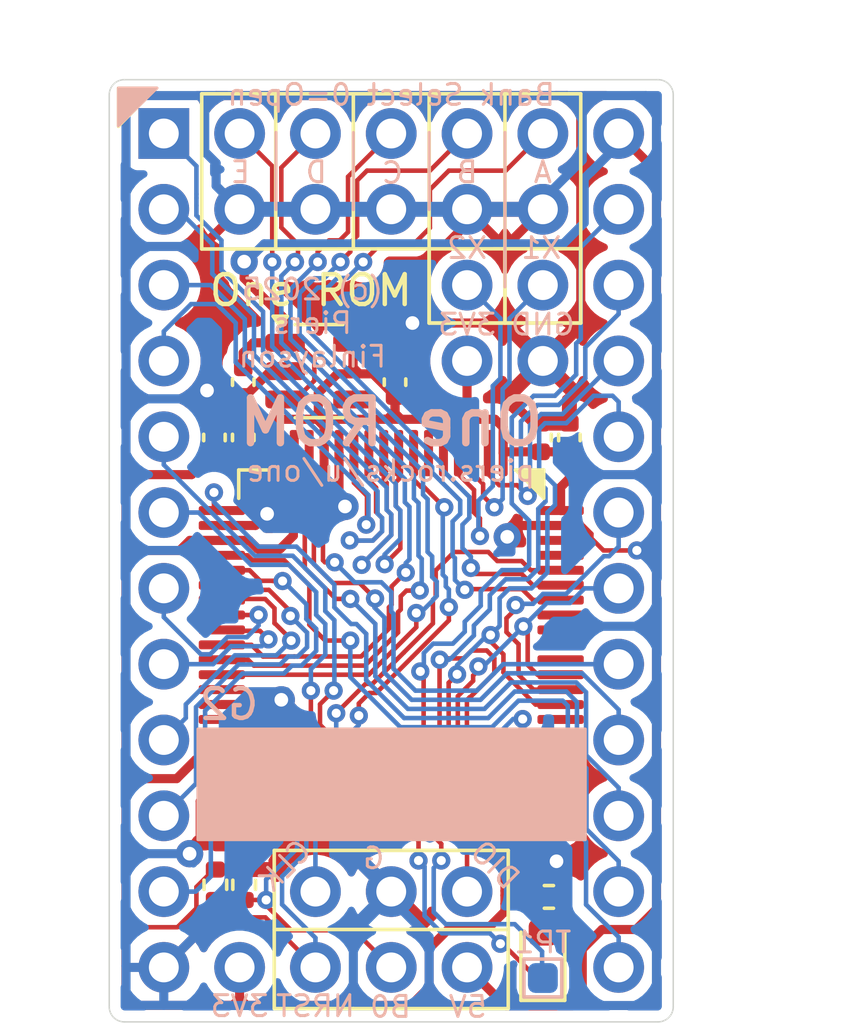
<source format=kicad_pcb>
(kicad_pcb (version 20241229) (generator "pcbnew") (generator_version "9.0")
  (layers (0 "F.Cu" signal) (2 "B.Cu" signal) (13 "F.Paste" user) (15 "B.Paste" user) (5 "F.SilkS" user "F.Silkscreen") (7 "B.SilkS" user "B.Silkscreen") (1 "F.Mask" user) (3 "B.Mask" user) (25 "Edge.Cuts" user))
  (net 0 "")
  (net 1 "Net-(U1-VCAP1)")
  (net 2 "GND")
  (net 3 "+5V")
  (net 4 "+3V3")
  (net 5 "NRST")
  (net 6 "SWCLK")
  (net 7 "SWDIO")
  (net 8 "SEL1")
  (net 9 "A2")
  (net 10 "SEL0")
  (net 12 "SEL2")
  (net 13 "BOOT0")
  (net 15 "A0")
  (net 16 "A8")
  (net 17 "D1")
  (net 18 "D4")
  (net 19 "CX1")
  (net 20 "A11")
  (net 21 "D2")
  (net 22 "A12")
  (net 24 "D5")
  (net 29 "SEL4")
  (net 30 "D6")
  (net 32 "A9")
  (net 33 "A4")
  (net 34 "D3")
  (net 35 "MCO")
  (net 36 "A3")
  (net 37 "A1")
  (net 38 "D7")
  (net 39 "A7")
  (net 40 "A5")
  (net 41 "A10")
  (net 42 "CS1")
  (net 45 "D0")
  (net 48 "CX2")
  (net 51 "A6")
  (net 52 "Net-(D1-A)")
  (net 53 "Net-(RC4-Pad2)")
  (net 54 "Net-(RC5-Pad1)")
  (net 55 "SEL3")
  (net 57 "LED0")
  (footprint "Resistor_SMD:R_0402_1005Metric" (layer "F.Cu") (at 114.5032 57.3278)
    (property "Reference" "R3" (hide yes))
    (property "Value" "1K")
  )
  (footprint "Capacitor_SMD:C_0402_1005Metric" (layer "F.Cu") (at 114.2238 41.9354 90)
    (property "Reference" "C3" (hide yes))
    (property "Value" "4.7uF")
  )
  (footprint "Capacitor_SMD:C_0402_1005Metric" (layer "F.Cu") (at 103.2963 41.9354 90)
    (property "Reference" "C7" (hide yes))
    (property "Value" "0.1uF")
  )
  (footprint "Package_TO_SOT_SMD:SOT-23-5" (layer "F.Cu") (at 106.8015 39.7115)
    (property "Reference" "U3" (hide yes))
    (property "Value" "AP2112K-3.3")
  )
  (footprint "Connector_PinHeader_2.54mm:PinHeader_2x03_P2.54mm_Vertical" (layer "F.Cu") (at 106.68 59.69 90)
    (property "Reference" "J1" (hide yes))
    (property "Value" "Conn_02x03_Odd_Even" (hide yes))
  )
  (footprint "piers_retro_footprints:PinHeader_2x05_P2.54mm_Vertical custom silkscreen" (layer "F.Cu") (at 114.3 31.75 -90)
    (property "Reference" "J2" (hide yes))
    (property "Value" "Conn_02x05_Odd_Even" (hide yes))
  )
  (footprint "piers retro:1x2 pin header no ss, both round, small courtyard" (layer "F.Cu") (at 111.76 39.37 90)
    (property "Reference" "J4" (hide yes))
    (property "Value" "Conn_01x02_Pin" (hide yes))
  )
  (footprint "Capacitor_SMD:C_0402_1005Metric" (layer "F.Cu") (at 109.347 40.0812 90)
    (property "Reference" "C2" (hide yes))
    (property "Value" "4.7uF")
  )
  (footprint "Capacitor_SMD:C_0402_1005Metric" (layer "F.Cu") (at 104.2615 40.0812 -90)
    (property "Reference" "C1" (hide yes))
    (property "Value" "4.7uF")
  )
  (footprint "Capacitor_SMD:C_0402_1005Metric" (layer "F.Cu") (at 103.505 55.0418 -90)
    (property "Reference" "RC5" (hide yes))
    (property "Value" "0R/4.7uF/DNP")
  )
  (footprint "piers_retro_footprints:2x12 dip pin output 600mil centres no ss" (layer "F.Cu") (at 101.6 31.75)
    (property "Reference" "U2" (hide yes))
    (property "Value" "2332/2364 SOCKET" (hide yes))
  )
  (footprint "Capacitor_SMD:C_0402_1005Metric" (layer "F.Cu") (at 114.3254 53.8734 180)
    (property "Reference" "RC4" (hide yes))
    (property "Value" "0R/4.7uF/DNP")
  )
  (footprint "Package_QFP:LQFP-64_10x10mm_P0.5mm" (layer "F.Cu") (at 109.22 48.133 -90)
    (property "Reference" "U1" (hide yes))
    (property "Value" "STM32F4xx")
  )
  (footprint "Capacitor_SMD:C_0402_1005Metric" (layer "F.Cu") (at 104.2615 41.9354 90)
    (property "Reference" "C5" (hide yes))
    (property "Value" "0.1uF")
  )
  (footprint "Capacitor_SMD:C_0402_1005Metric" (layer "F.Cu") (at 103.251 53.213 -90)
    (property "Reference" "C4" (hide yes))
    (property "Value" "0.1uF")
  )
  (footprint "Resistor_SMD:R_0402_1005Metric" (layer "F.Cu") (at 104.2924 56.9214 90)
    (property "Reference" "R2" (hide yes))
    (property "Value" "4K7")
  )
  (footprint "Capacitor_SMD:C_0402_1005Metric" (layer "F.Cu") (at 104.4448 55.0418 -90)
    (property "Reference" "C9" (hide yes))
    (property "Value" "4.7uF/DNP/DNP")
  )
  (footprint "Capacitor_SMD:C_0402_1005Metric" (layer "F.Cu") (at 114.3254 54.8386)
    (property "Reference" "C6" (hide yes))
    (property "Value" "0.1uF")
  )
  (footprint "Connector_PinHeader_2.54mm:PinHeader_1x01_P2.54mm_Vertical" (layer "F.Cu") (at 104.14 59.69)
    (property "Reference" "J5" (hide yes))
    (property "Value" "Conn_01x01_Pin" (hide yes))
  )
  (footprint "Connector_PinHeader_2.54mm:PinHeader_1x02_P2.54mm_Vertical" (layer "F.Cu") (at 114.3 36.83 -90)
    (property "Reference" "J3" (hide yes))
    (property "Value" "Conn_01x02_Pin" (hide yes))
  )
  (footprint "Capacitor_SMD:C_0402_1005Metric" (layer "F.Cu") (at 115.189 41.9354 90)
    (property "Reference" "C8" (hide yes))
    (property "Value" "0.1uF")
  )
  (footprint "LED_SMD:LED_0603_1608Metric" (layer "F.Cu") (at 114.3 59.309 90)
    (property "Reference" "D1" (hide yes))
    (property "Value" "LED_Small" (hide yes))
  )
  (footprint "Resistor_SMD:R_0402_1005Metric" (layer "F.Cu") (at 103.3272 56.9214 -90)
    (property "Reference" "R1" (hide yes))
    (property "Value" "4K7")
  )
  (footprint "piers_retro_footprints:TestPoint_THTPad_1.0x1.0mm_Drill0.5mm" (layer "B.Cu") (at 114.3 60.0456)
    (property "Reference" "TP1" (hide yes))
    (property "Value" "TestPoint" (hide yes))
  )
  (gr_line (start 110.49 38.1) (end 110.49 35.6108) (stroke (width 0.127)) (layer "F.SilkS"))
  (gr_poly (pts (xy 100.076 30.226) (xy 101.346 30.226) (xy 100.076 31.5214)) (stroke (width 0.1)) (fill yes) (layer "F.SilkS"))
  (gr_line (start 113.03 38.1) (end 113.03 35.6108) (stroke (width 0.127)) (layer "F.SilkS"))
  (gr_line (start 115.57 38.1) (end 110.49 38.1) (stroke (width 0.127)) (layer "F.SilkS"))
  (gr_line (start 115.57 38.1) (end 115.57 35.6108) (stroke (width 0.127)) (layer "F.SilkS"))
  (gr_poly (pts (xy 100.076 30.226) (xy 100.076 31.496) (xy 101.3714 30.226)) (stroke (width 0.1)) (fill yes) (layer "B.SilkS"))
  (gr_rect (start 102.743 51.7017) (end 115.7224 55.4101) (stroke (width 0.1)) (fill yes) (layer "B.SilkS"))
  (gr_line (start 113.03 31.7104) (end 113.03 34.3012) (stroke (width 0.1)) (layer "B.SilkS"))
  (gr_line (start 113.03 34.3012) (end 113.03 36.892) (stroke (width 0.1)) (layer "B.SilkS"))
  (gr_line (start 110.49 31.7104) (end 110.49 34.3012) (stroke (width 0.1)) (layer "B.SilkS"))
  (gr_line (start 107.95 31.715) (end 107.95 34.3058) (stroke (width 0.1)) (layer "B.SilkS"))
  (gr_line (start 105.3592 31.7104) (end 105.3592 34.3012) (stroke (width 0.1)) (layer "B.SilkS"))
  (gr_line (start 118.6688 30.4546) (end 118.6688 61.00719) (stroke (width 0.05)) (layer "Edge.Cuts"))
  (gr_arc (start 118.1608 29.9466) (mid 118.52001 30.09539) (end 118.6688 30.4546) (stroke (width 0.05)) (layer "Edge.Cuts"))
  (gr_line (start 100.27899 29.9466) (end 118.1608 29.9466) (stroke (width 0.05)) (layer "Edge.Cuts"))
  (gr_arc (start 99.77099 30.4546) (mid 99.91978 30.09539) (end 100.27899 29.9466) (stroke (width 0.05)) (layer "Edge.Cuts"))
  (gr_arc (start 118.6688 61.00719) (mid 118.52001 61.3664) (end 118.1608 61.51519) (stroke (width 0.05)) (layer "Edge.Cuts"))
  (gr_line (start 99.7712 61.00719) (end 99.77099 30.4546) (stroke (width 0.05)) (layer "Edge.Cuts"))
  (gr_arc (start 100.2792 61.51519) (mid 99.91999 61.3664) (end 99.7712 61.00719) (stroke (width 0.05)) (layer "Edge.Cuts"))
  (gr_line (start 118.1608 61.51519) (end 100.2792 61.51519) (stroke (width 0.05)) (layer "Edge.Cuts"))
  (gr_text "One ROM" (at 106.5276 37.0078 0) (layer "F.SilkS") (effects (font (size 1 1))))
  (gr_text "STM32F4" (at 111.379 52.451 0) (layer "F.SilkS") (effects (font (size 0.7 0.7) (thickness 0.1))))
  (gr_text "5V" (at 111.7854 61.0108 0) (layer "B.SilkS") (effects (font (size 0.7 0.7) (thickness 0.1)) (justify mirror)))
  (gr_text "B0" (at 109.1946 61.0108 0) (layer "B.SilkS") (effects (font (size 0.7 0.7) (thickness 0.1)) (justify mirror)))
  (gr_text "GND" (at 114.3 38.1508 0) (layer "B.SilkS") (effects (font (size 0.7 0.7) (thickness 0.1)) (justify mirror)))
  (gr_text "(c) 2025\nPiers\nFinlayson" (at 106.5784 38.1 0) (layer "B.SilkS") (effects (font (size 0.7 0.7) (thickness 0.1)) (justify mirror)))
  (gr_text "NRST" (at 106.68 60.9854 0) (layer "B.SilkS") (effects (font (size 0.7 0.7) (thickness 0.1)) (justify mirror)))
  (gr_text "3V3" (at 104.14 60.9854 0) (layer "B.SilkS") (effects (font (size 0.7 0.7) (thickness 0.1)) (justify mirror)))
  (gr_text "B" (at 111.76 33.0454 0) (layer "B.SilkS") (effects (font (size 0.7 0.7) (thickness 0.1)) (justify mirror)))
  (gr_text "Bank Select 0=Open" (at 109.22 30.4546 0) (layer "B.SilkS") (effects (font (size 0.7 0.7) (thickness 0.1)) (justify mirror)))
  (gr_text "X2" (at 111.76 35.5854 0) (layer "B.SilkS") (effects (font (size 0.7 0.7) (thickness 0.1)) (justify mirror)))
  (gr_text "G" (at 108.6358 56.0324 0) (layer "B.SilkS") (effects (font (size 0.7 0.7) (thickness 0.1)) (justify mirror)))
  (gr_text "A" (at 114.3 33.0454 0) (layer "B.SilkS") (effects (font (size 0.7 0.7) (thickness 0.1)) (justify mirror)))
  (gr_text "D" (at 106.7054 33.0454 0) (layer "B.SilkS") (effects (font (size 0.7 0.7) (thickness 0.1)) (justify mirror)))
  (gr_text "3V3" (at 111.76 38.1508 0) (layer "B.SilkS") (effects (font (size 0.7 0.7) (thickness 0.1)) (justify mirror)))
  (gr_text "E" (at 104.1654 33.0454 0) (layer "B.SilkS") (effects (font (size 0.7 0.7) (thickness 0.1)) (justify mirror)))
  (gr_text "G2" (at 103.7844 50.8762 0) (layer "B.SilkS") (effects (font (size 1 1)) (justify mirror)))
  (gr_text "CLK" (at 105.664 56.2864 45) (layer "B.SilkS") (effects (font (size 0.7 0.7) (thickness 0.1)) (justify mirror)))
  (gr_text "One ROM" (at 109.22 41.4274 0) (layer "B.SilkS") (effects (font (size 1.5 1.5) (thickness 0.25)) (justify mirror)))
  (gr_text "DIO" (at 112.6998 56.261 315) (layer "B.SilkS") (effects (font (size 0.7 0.7) (thickness 0.1)) (justify mirror)))
  (gr_text "X1" (at 114.2492 35.5854 0) (layer "B.SilkS") (effects (font (size 0.7 0.7) (thickness 0.1)) (justify mirror)))
  (gr_text "TP1" (at 114.3 58.8518 0) (layer "B.SilkS") (effects (font (size 0.7 0.7) (thickness 0.1)) (justify mirror)))
  (gr_text "piers.rocks/u/one" (at 109.1946 43.053 0) (layer "B.SilkS") (effects (font (size 0.7 0.7) (thickness 0.1)) (justify mirror)))
  (gr_text "C" (at 109.2604 33.0708 0) (layer "B.SilkS") (effects (font (size 0.7 0.7) (thickness 0.1)) (justify mirror)))
  (segment (start 104.541757 50.883) (end 103.545 50.883) (width 0.3048) (layer "F.Cu") (net 1))
  (segment (start 105.2322 52.5526) (end 105.2322 51.573443) (width 0.3048) (layer "F.Cu") (net 1))
  (segment (start 104.4448 53.34) (end 105.2322 52.5526) (width 0.3048) (layer "F.Cu") (net 1))
  (segment (start 104.4448 54.5618) (end 104.4448 53.34) (width 0.3048) (layer "F.Cu") (net 1))
  (segment (start 105.2322 51.573443) (end 104.541757 50.883) (width 0.3048) (layer "F.Cu") (net 1))
  (segment (start 115.57 35.5346) (end 115.57 38.1) (width 0.3048) (layer "F.Cu") (net 2))
  (segment (start 115.57635 30.7848) (end 115.57 30.79115) (width 0.3048) (layer "F.Cu") (net 2))
  (segment (start 113.9724 41.4554) (end 113.0935 40.5765) (width 0.3048) (layer "F.Cu") (net 2))
  (segment (start 115.6474 44.883) (end 115.9256 45.1612) (width 0.1524) (layer "F.Cu") (net 2))
  (segment (start 115.1128 30.48) (end 114.7572 30.48) (width 0.3048) (layer "F.Cu") (net 2))
  (segment (start 102.7938 58.674) (end 102.9462 58.5216) (width 0.3048) (layer "F.Cu") (net 2))
  (segment (start 113.0046 35.56) (end 113.0046 35.5346) (width 0.3048) (layer "F.Cu") (net 2))
  (segment (start 113.1062 45.2628) (end 113.486 44.883) (width 0.3048) (layer "F.Cu") (net 2))
  (segment (start 113.486 44.883) (end 114.895 44.883) (width 0.3048) (layer "F.Cu") (net 2))
  (segment (start 115.4176 30.7848) (end 115.1128 30.48) (width 0.3048) (layer "F.Cu") (net 2))
  (segment (start 111.3282 38.1) (end 110.8456 38.1) (width 0.3048) (layer "F.Cu") (net 2))
  (segment (start 111.8489 34.3789) (end 111.8489 34.6837) (width 0.3048) (layer "F.Cu") (net 2))
  (segment (start 104.3204 40.5612) (end 104.2615 40.5612) (width 0.3048) (layer "F.Cu") (net 2))
  (segment (start 115.9256 45.3136) (end 116.332 45.72) (width 0.1524) (layer "F.Cu") (net 2))
  (segment (start 103.545 44.883) (end 104.6722 44.883) (width 0.3048) (layer "F.Cu") (net 2))
  (segment (start 102.8954 35.5346) (end 102.8446 35.5346) (width 0.3048) (layer "F.Cu") (net 2))
  (segment (start 113.03 35.56) (end 113.0046 35.56) (width 0.3048) (layer "F.Cu") (net 2))
  (segment (start 107.47 44.0462) (end 107.47 42.458) (width 0.3048) (layer "F.Cu") (net 2))
  (segment (start 114.3 39.37) (end 113.0935 40.5765) (width 0.3048) (layer "F.Cu") (net 2))
  (segment (start 107.6706 44.2468) (end 107.47 44.0462) (width 0.3048) (layer "F.Cu") (net 2))
  (segment (start 102.4636 55.88) (end 102.8218 55.5218) (width 0.3048) (layer "F.Cu") (net 2))
  (segment (start 116.332 45.72) (end 117.4496 45.72) (width 0.1524) (layer "F.Cu") (net 2))
  (segment (start 104.4194 56.4388) (end 104.269 56.4388) (width 0.1524) (layer "F.Cu") (net 2))
  (segment (start 107.4674 42.4606) (end 107.47 42.458) (width 0.3048) (layer "F.Cu") (net 2))
  (segment (start 115.57 38.1) (end 114.3 39.37) (width 0.3048) (layer "F.Cu") (net 2))
  (segment (start 114.895 44.883) (end 115.6474 44.883) (width 0.1524) (layer "F.Cu") (net 2))
  (segment (start 114.3 39.37) (end 113.03 38.1) (width 0.3048) (layer "F.Cu") (net 2))
  (segment (start 102.8192 55.5244) (end 102.8192 54.1248) (width 0.3048) (layer "F.Cu") (net 2))
  (segment (start 102.8192 54.1248) (end 103.251 53.693) (width 0.3048) (layer "F.Cu") (net 2))
  (segment (start 102.616 58.674) (end 102.7938 58.674) (width 0.3048) (layer "F.Cu") (net 2))
  (segment (start 105.664 39.7115) (end 105.1701 39.7115) (width 0.3048) (layer "F.Cu") (net 2))
  (segment (start 113.03 38.1) (end 111.3282 38.1) (width 0.3048) (layer "F.Cu") (net 2))
  (segment (start 102.4636 55.88) (end 102.8192 55.5244) (width 0.3048) (layer "F.Cu") (net 2))
  (segment (start 113.0935 40.5765) (end 113.03 40.64) (width 0.3048) (layer "F.Cu") (net 2))
  (segment (start 113.0046 35.5346) (end 111.76 34.29) (width 0.3048) (layer "F.Cu") (net 2))
  (segment (start 105.1701 39.7115) (end 104.3204 40.5612) (width 0.3048) (layer "F.Cu") (net 2))
  (segment (start 104.4448 55.5218) (end 103.505 55.5218) (width 0.3048) (layer "F.Cu") (net 2))
  (segment (start 101.6 59.69) (end 102.616 58.674) (width 0.3048) (layer "F.Cu") (net 2))
  (segment (start 104.14 34.29) (end 102.8954 35.5346) (width 0.3048) (layer "F.Cu") (net 2))
  (segment (start 103.3526 30.48) (end 103.0224 30.8102) (width 0.3048) (layer "F.Cu") (net 2))
  (segment (start 114.3 34.29) (end 113.03 35.56) (width 0.3048) (layer "F.Cu") (net 2))
  (segment (start 111.8489 34.6837) (end 110.9472 35.5854) (width 0.3048) (layer "F.Cu") (net 2))
  (segment (start 105.061684 44.788633) (end 105.061684 44.493516) (width 0.3048) (layer "F.Cu") (net 2))
  (segment (start 111.76 34.29) (end 111.8489 34.3789) (width 0.3048) (layer "F.Cu") (net 2))
  (segment (start 114.2238 41.4554) (end 113.9724 41.4554) (width 0.3048) (layer "F.Cu") (net 2))
  (segment (start 115.57 30.79115) (end 115.57 35.5346) (width 0.3048) (layer "F.Cu") (net 2))
  (segment (start 114.7572 30.48) (end 103.3526 30.48) (width 0.3048) (layer "F.Cu") (net 2))
  (segment (start 104.6722 44.883) (end 105.061684 44.493516) (width 0.3048) (layer "F.Cu") (net 2))
  (segment (start 102.8218 55.5218) (end 103.505 55.5218) (width 0.3048) (layer "F.Cu") (net 2))
  (segment (start 115.9256 45.1612) (end 115.9256 45.3136) (width 0.1524) (layer "F.Cu") (net 2))
  (via (at 113.1062 45.2628) (size 0.9144) (drill 0.4572) (layers "F.Cu" "B.Cu") (net 2))
  (via (at 114.7572 56.134) (size 0.9144) (drill 0.4572) (layers "F.Cu" "B.Cu") (net 2))
  (via (at 105.061684 44.493516) (size 0.9144) (drill 0.4572) (layers "F.Cu" "B.Cu") (net 2))
  (via (at 107.6706 44.2468) (size 0.9144) (drill 0.4572) (layers "F.Cu" "B.Cu") (net 2))
  (via (at 102.4636 55.88) (size 0.9144) (drill 0.4572) (layers "F.Cu" "B.Cu") (net 2))
  (via (at 117.4496 45.72) (size 0.6096) (drill 0.3048) (layers "F.Cu" "B.Cu") (net 2))
  (via (at 105.537 50.7238) (size 0.9144) (drill 0.4572) (layers "F.Cu" "B.Cu") (net 2))
  (via (at 109.9312 38.1) (size 0.9144) (drill 0.4572) (layers "F.Cu" "B.Cu") (net 2))
  (via (at 103.0478 40.3606) (size 0.9144) (drill 0.4572) (layers "F.Cu" "B.Cu") (net 2))
  (segment (start 115.4176 30.7848) (end 115.1128 30.48) (width 0.3048) (layer "B.Cu") (net 2))
  (segment (start 115.1128 30.48) (end 100.4824 30.48) (width 0.3048) (layer "B.Cu") (net 2))
  (segment (start 105.3846 60.9666) (end 103.4034 60.9666) (width 0.3048) (layer "B.Cu") (net 2))
  (segment (start 107.95 60.9666) (end 105.3846 60.9666) (width 0.3048) (layer "B.Cu") (net 2))
  (segment (start 101.6 59.69) (end 102.7176 58.5724) (width 0.3048) (layer "B.Cu") (net 2))
  (segment (start 102.4636 55.88) (end 100.8888 55.88) (width 0.3048) (layer "B.Cu") (net 2))
  (segment (start 118.1066 43.18) (end 116.2812 43.18) (width 0.3048) (layer "B.Cu") (net 2))
  (segment (start 109.22 34.29) (end 106.68 34.29) (width 0.3048) (layer "B.Cu") (net 2))
  (segment (start 114.3 33.9598) (end 114.3 34.29) (width 0.3048) (layer "B.Cu") (net 2))
  (segment (start 102.8192 60.9346) (end 102.8446 60.96) (width 0.3048) (layer "B.Cu") (net 2))
  (segment (start 100.3334 58.3438) (end 100.3334 50.7746) (width 0.3048) (layer "B.Cu") (net 2))
  (segment (start 107.95 60.9666) (end 107.95 58.42) (width 0.3048) (layer "B.Cu") (net 2))
  (segment (start 103.3968 60.96) (end 103.4034 60.9666) (width 0.3048) (layer "B.Cu") (net 2))
  (segment (start 103.3526 33.5026) (end 104.14 34.29) (width 0.3048) (layer "B.Cu") (net 2))
  (segment (start 101.6 60.96) (end 102.8446 60.96) (width 0.3048) (layer "B.Cu") (net 2))
  (segment (start 115.6208 30.988) (end 115.6208 32.639) (width 0.3048) (layer "B.Cu") (net 2))
  (segment (start 102.9716 32.3596) (end 103.3526 32.7406) (width 0.3048) (layer "B.Cu") (net 2))
  (segment (start 100.3334 38.0746) (end 100.3334 40.64) (width 0.3048) (layer "B.Cu") (net 2))
  (segment (start 118.0558 48.26) (end 115.951 48.26) (width 0.3048) (layer "B.Cu") (net 2))
  (segment (start 100.3334 60.557) (end 100.7364 60.96) (width 0.3048) (layer "B.Cu") (net 2))
  (segment (start 101.6 60.96) (end 101.6 59.69) (width 0.3048) (layer "B.Cu") (net 2))
  (segment (start 100.3334 45.72) (end 100.3334 40.64) (width 0.3048) (layer "B.Cu") (net 2))
  (segment (start 103.3526 32.7406) (end 103.3526 33.5026) (width 0.3048) (layer "B.Cu") (net 2))
  (segment (start 100.3334 35.5346) (end 100.3334 38.0746) (width 0.3048) (layer "B.Cu") (net 2))
  (segment (start 100.3334 35.5346) (end 102.2096 35.5346) (width 0.3048) (layer "B.Cu") (net 2))
  (segment (start 109.22 34.29) (end 111.76 34.29) (width 0.3048) (layer "B.Cu") (net 2))
  (segment (start 100.3334 30.629) (end 100.3334 35.5346) (width 0.3048) (layer "B.Cu") (net 2))
  (segment (start 101.6 59.69) (end 100.3842 59.69) (width 0.3048) (layer "B.Cu") (net 2))
  (segment (start 100.3334 58.3438) (end 100.4096 58.42) (width 0.3048) (layer "B.Cu") (net 2))
  (segment (start 115.6208 32.639) (end 114.3 33.9598) (width 0.3048) (layer "B.Cu") (net 2))
  (segment (start 109.22 57.404) (end 109.22 57.15) (width 0.3048) (layer "B.Cu") (net 2))
  (segment (start 105.3846 60.9158) (end 105.41 60.9412) (width 0.3048) (layer "B.Cu") (net 2))
  (segment (start 102.8446 60.96) (end 103.3968 60.96) (width 0.3048) (layer "B.Cu") (net 2))
  (segment (start 107.95 58.42) (end 109.22 57.15) (width 0.3048) (layer "B.Cu") (net 2))
  (segment (start 100.3334 59.6392) (end 100.3334 60.557) (width 0.3048) (layer "B.Cu") (net 2))
  (segment (start 102.9716 30.9626) (end 102.9716 32.3596) (width 0.3048) (layer "B.Cu") (net 2))
  (segment (start 118.1066 38.0746) (end 118.1066 43.18) (width 0.3048) (layer "B.Cu") (net 2))
  (segment (start 109.1946 60.9666) (end 107.95 60.9666) (width 0.3048) (layer "B.Cu") (net 2))
  (segment (start 100.3334 40.64) (end 102.489 40.64) (width 0.3048) (layer "B.Cu") (net 2))
  (segment (start 100.3334 58.3438) (end 100.3334 59.6392) (width 0.3048) (layer "B.Cu") (net 2))
  (segment (start 110.49 58.674) (end 109.22 57.404) (width 0.3048) (layer "B.Cu") (net 2))
  (segment (start 118.1066 60.4046) (end 117.5446 60.9666) (width 0.3048) (layer "B.Cu") (net 2))
  (segment (start 115.4176 30.7848) (end 115.6208 30.988) (width 0.3048) (layer "B.Cu") (net 2))
  (segment (start 100.3842 59.69) (end 100.3334 59.6392) (width 0.3048) (layer "B.Cu") (net 2))
  (segment (start 110.49 60.9666) (end 110.49 58.674) (width 0.3048) (layer "B.Cu") (net 2))
  (segment (start 100.3334 45.72) (end 102.87 45.72) (width 0.3048) (layer "B.Cu") (net 2))
  (segment (start 118.1066 30.8322) (end 118.1066 38.0746) (width 0.3048) (layer "B.Cu") (net 2))
  (segment (start 100.7364 60.96) (end 101.6 60.96) (width 0.3048) (layer "B.Cu") (net 2))
  (segment (start 105.41 60.9412) (end 105.3846 60.9666) (width 0.3048) (layer "B.Cu") (net 2))
  (segment (start 102.2096 35.5346) (end 102.235 35.56) (width 0.3048) (layer "B.Cu") (net 2))
  (segment (start 117.5446 60.9666) (end 115.5446 60.9666) (width 0.3048) (layer "B.Cu") (net 2))
  (segment (start 110.49 60.9666) (end 109.1946 60.9666) (width 0.3048) (layer "B.Cu") (net 2))
  (segment (start 100.4824 30.48) (end 100.3334 30.629) (width 0.3048) (layer "B.Cu") (net 2))
  (segment (start 118.1066 48.2092) (end 118.0558 48.26) (width 0.3048) (layer "B.Cu") (net 2))
  (segment (start 117.7544 30.48) (end 118.1066 30.8322) (width 0.3048) (layer "B.Cu") (net 2))
  (segment (start 115.4176 30.7594) (end 115.697 30.48) (width 0.3048) (layer "B.Cu") (net 2))
  (segment (start 100.3334 50.7746) (end 100.3334 45.72) (width 0.3048) (layer "B.Cu") (net 2))
  (segment (start 115.4176 30.7848) (end 115.4176 30.7594) (width 0.3048) (layer "B.Cu") (net 2))
  (segment (start 106.68 34.29) (end 104.14 34.29) (width 0.3048) (layer "B.Cu") (net 2))
  (segment (start 115.697 30.48) (end 117.7544 30.48) (width 0.3048) (layer "B.Cu") (net 2))
  (segment (start 118.1066 48.2092) (end 118.1066 60.4046) (width 0.3048) (layer "B.Cu") (net 2))
  (segment (start 118.1066 43.18) (end 118.1066 45.7454) (width 0.3048) (layer "B.Cu") (net 2))
  (segment (start 115.951 48.26) (end 115.9256 48.2854) (width 0.3048) (layer "B.Cu") (net 2))
  (segment (start 102.87 45.72) (end 103.0732 45.9232) (width 0.3048) (layer "B.Cu") (net 2))
  (segment (start 118.1066 45.7454) (end 118.1066 48.2092) (width 0.3048) (layer "B.Cu") (net 2))
  (segment (start 113.03 60.9666) (end 110.49 60.9666) (width 0.3048) (layer "B.Cu") (net 2))
  (segment (start 115.5446 60.9666) (end 113.03 60.9666) (width 0.3048) (layer "B.Cu") (net 2))
  (segment (start 106.6436 40.0315) (end 106.6436 39.4219) (width 0.1524) (layer "F.Cu") (net 3))
  (segment (start 104.5961 38.7615) (end 105.664 38.7615) (width 0.3048) (layer "F.Cu") (net 3))
  (segment (start 115.6208 60.6552) (end 115.29521 60.98079) (width 0.3048) (layer "F.Cu") (net 3))
  (segment (start 106.6436 39.4219) (end 106.6436 39.3457) (width 0.1524) (layer "F.Cu") (net 3))
  (segment (start 105.664 37.973) (end 105.664 38.7615) (width 0.3048) (layer "F.Cu") (net 3))
  (segment (start 116.84 31.75) (end 118.1066 33.0166) (width 0.3048) (layer "F.Cu") (net 3))
  (segment (start 106.0594 38.7615) (end 105.664 38.7615) (width 0.1524) (layer "F.Cu") (net 3))
  (segment (start 118.1066 33.0166) (end 118.1066 57.7376) (width 0.3048) (layer "F.Cu") (net 3))
  (segment (start 104.2615 39.0961) (end 104.5961 38.7615) (width 0.3048) (layer "F.Cu") (net 3))
  (segment (start 105.6614 38.7641) (end 105.664 38.7615) (width 0.3048) (layer "F.Cu") (net 3))
  (segment (start 105.664 40.6615) (end 106.0136 40.6615) (width 0.1524) (layer "F.Cu") (net 3))
  (segment (start 115.6208 59.0804) (end 115.6208 60.6552) (width 0.3048) (layer "F.Cu") (net 3))
  (segment (start 104.2615 39.6012) (end 104.2615 39.0961) (width 0.3048) (layer "F.Cu") (net 3))
  (segment (start 113.05079 60.98079) (end 111.76 59.69) (width 0.3048) (layer "F.Cu") (net 3))
  (segment (start 106.6436 39.3457) (end 106.0594 38.7615) (width 0.1524) (layer "F.Cu") (net 3))
  (segment (start 105.6834 40.6615) (end 105.78 40.5649) (width 0.3048) (layer "F.Cu") (net 3))
  (segment (start 117.4242 58.42) (end 116.2812 58.42) (width 0.3048) (layer "F.Cu") (net 3))
  (segment (start 116.2812 58.42) (end 115.6208 59.0804) (width 0.3048) (layer "F.Cu") (net 3))
  (segment (start 106.0136 40.6615) (end 106.6436 40.0315) (width 0.1524) (layer "F.Cu") (net 3))
  (segment (start 104.2924 36.6014) (end 105.664 37.973) (width 0.3048) (layer "F.Cu") (net 3))
  (segment (start 104.2924 36.0426) (end 104.2924 36.6014) (width 0.3048) (layer "F.Cu") (net 3))
  (segment (start 118.1066 57.7376) (end 117.4242 58.42) (width 0.3048) (layer "F.Cu") (net 3))
  (segment (start 105.664 40.6615) (end 105.6834 40.6615) (width 0.3048) (layer "F.Cu") (net 3))
  (segment (start 115.29521 60.98079) (end 113.05079 60.98079) (width 0.3048) (layer "F.Cu") (net 3))
  (via (at 104.2924 36.0426) (size 0.9144) (drill 0.4572) (layers "F.Cu" "B.Cu") (net 3))
  (segment (start 114.578216 35.445984) (end 114.5794 35.4448) (width 0.3048) (layer "B.Cu") (net 3))
  (segment (start 115.9002 33.0454) (end 115.907734 33.0454) (width 0.3048) (layer "B.Cu") (net 3))
  (segment (start 104.965216 35.445984) (end 114.578216 35.445984) (width 0.3048) (layer "B.Cu") (net 3))
  (segment (start 114.9858 35.4448) (end 115.6852 34.7454) (width 0.3048) (layer "B.Cu") (net 3))
  (segment (start 104.3686 36.0426) (end 104.965216 35.445984) (width 0.3048) (layer "B.Cu") (net 3))
  (segment (start 115.6852 33.2604) (end 115.9002 33.0454) (width 0.3048) (layer "B.Cu") (net 3))
  (segment (start 104.2924 36.0426) (end 104.3686 36.0426) (width 0.3048) (layer "B.Cu") (net 3))
  (segment (start 115.907734 33.0454) (end 116.84 32.113134) (width 0.3048) (layer "B.Cu") (net 3))
  (segment (start 116.84 32.113134) (end 116.84 31.75) (width 0.3048) (layer "B.Cu") (net 3))
  (segment (start 114.5794 35.4448) (end 114.9858 35.4448) (width 0.3048) (layer "B.Cu") (net 3))
  (segment (start 115.6852 34.7454) (end 115.6852 33.2604) (width 0.3048) (layer "B.Cu") (net 3))
  (segment (start 108.604362 39.8029) (end 109.347 40.545538) (width 0.3048) (layer "F.Cu") (net 4))
  (segment (start 107.939 39.3446) (end 107.939 39.6903) (width 0.3048) (layer "F.Cu") (net 4))
  (segment (start 102.6922 57.7088) (end 102.6922 56.9956) (width 0.1524) (layer "F.Cu") (net 4))
  (segment (start 100.9142 53.3654) (end 100.5332 53.3654) (width 0.3048) (layer "F.Cu") (net 4))
  (segment (start 106.553 41.3258) (end 106.7308 41.3258) (width 0.3048) (layer "F.Cu") (net 4))
  (segment (start 100.5332 53.3654) (end 100.33 53.5686) (width 0.3048) (layer "F.Cu") (net 4))
  (segment (start 107.7214 39.8029) (end 108.0516 39.8029) (width 0.3048) (layer "F.Cu") (net 4))
  (segment (start 111.506 41.3258) (end 111.76 41.0718) (width 0.3048) (layer "F.Cu") (net 4))
  (segment (start 112.97 41.6144) (end 112.97 42.458) (width 0.3048) (layer "F.Cu") (net 4))
  (segment (start 113.4618 54.8386) (end 113.3002 54.8386) (width 0.3048) (layer "F.Cu") (net 4))
  (segment (start 114.895 43.601) (end 114.895 44.383) (width 0.3048) (layer "F.Cu") (net 4))
  (segment (start 106.7761 41.1027) (end 106.7761 41.1933) (width 0.3048) (layer "F.Cu") (net 4))
  (segment (start 107.939 38.7615) (end 108.4216 38.7615) (width 0.3048) (layer "F.Cu") (net 4))
  (segment (start 112.3696 41.3258) (end 112.6998 41.3258) (width 0.3048) (layer "F.Cu") (net 4))
  (segment (start 109.347 40.545538) (end 109.347 40.5612) (width 0.3048) (layer "F.Cu") (net 4))
  (segment (start 100.5332 53.3654) (end 100.33 53.1622) (width 0.3048) (layer "F.Cu") (net 4))
  (segment (start 106.7761 41.1027) (end 106.553 41.3258) (width 0.3048) (layer "F.Cu") (net 4))
  (segment (start 113.6904 57.3278) (end 113.2332 57.3278) (width 0.3048) (layer "F.Cu") (net 4))
  (segment (start 102.6642 52.733) (end 102.0318 53.3654) (width 0.3048) (layer "F.Cu") (net 4))
  (segment (start 113.03 57.1246) (end 113.03 56.4896) (width 0.3048) (layer "F.Cu") (net 4))
  (segment (start 115.189 42.4154) (end 115.189 43.307) (width 0.3048) (layer "F.Cu") (net 4))
  (segment (start 100.33 58.3438) (end 102.0572 58.3438) (width 0.1524) (layer "F.Cu") (net 4))
  (segment (start 113.411 57.3278) (end 113.0808 57.3278) (width 0.3048) (layer "F.Cu") (net 4))
  (segment (start 113.4618 54.8386) (end 113.2586 54.8386) (width 0.3048) (layer "F.Cu") (net 4))
  (segment (start 107.4056 39.8029) (end 107.7214 39.8029) (width 0.3048) (layer "F.Cu") (net 4))
  (segment (start 107.2642 41.3258) (end 107.3912 41.3258) (width 0.3048) (layer "F.Cu") (net 4))
  (segment (start 103.4542 60.96) (end 100.6856 60.96) (width 0.3048) (layer "F.Cu") (net 4))
  (segment (start 100.6856 60.96) (end 100.33 60.6044) (width 0.3048) (layer "F.Cu") (net 4))
  (segment (start 103.545 51.883) (end 103.3872 51.883) (width 0.3048) (layer "F.Cu") (net 4))
  (segment (start 104.4634 45.383) (end 103.545 45.383) (width 0.3048) (layer "F.Cu") (net 4))
  (segment (start 109.347 41.1226) (end 109.5502 41.3258) (width 0.3048) (layer "F.Cu") (net 4))
  (segment (start 107.2642 41.3258) (end 106.9992 41.3258) (width 0.3048) (layer "F.Cu") (net 4))
  (segment (start 104.3686 60.96) (end 103.4542 60.96) (width 0.3048) (layer "F.Cu") (net 4))
  (segment (start 113.6904 57.3278) (end 113.411 57.3278) (width 0.3048) (layer "F.Cu") (net 4))
  (segment (start 113.03 57.5564) (end 113.03 57.8104) (width 0.3048) (layer "F.Cu") (net 4))
  (segment (start 107.9356 39.5887) (end 107.7214 39.8029) (width 0.3048) (layer "F.Cu") (net 4))
  (segment (start 109.5502 41.3258) (end 109.3724 41.3258) (width 0.3048) (layer "F.Cu") (net 4))
  (segment (start 110.49 59.055) (end 110.49 60.3504) (width 0.3048) (layer "F.Cu") (net 4))
  (segment (start 106.9992 41.3258) (end 106.7761 41.1027) (width 0.3048) (layer "F.Cu") (net 4))
  (segment (start 100.33 53.1622) (end 100.33 53.0352) (width 0.3048) (layer "F.Cu") (net 4))
  (segment (start 114.2238 42.4154) (end 115.189 42.4154) (width 0.3048) (layer "F.Cu") (net 4))
  (segment (start 102.5317 43.18) (end 103.2963 42.4154) (width 0.3048) (layer "F.Cu") (net 4))
  (segment (start 111.76 41.0718) (end 111.76 41.3004) (width 0.3048) (layer "F.Cu") (net 4))
  (segment (start 107.4056 39.8128) (end 107.4056 39.8029) (width 0.3048) (layer "F.Cu") (net 4))
  (segment (start 103.545 51.883) (end 103.494169 51.883) (width 0.3048) (layer "F.Cu") (net 4))
  (segment (start 112.97 55.0164) (end 112.97 55.1688) (width 0.3048) (layer "F.Cu") (net 4))
  (segment (start 113.03 57.277) (end 113.03 57.5564) (width 0.3048) (layer "F.Cu") (net 4))
  (segment (start 109.5502 41.3258) (end 111.2774 41.3258) (width 0.3048) (layer "F.Cu") (net 4))
  (segment (start 112.97 53.808) (end 112.97 56.4296) (width 0.3048) (layer "F.Cu") (net 4))
  (segment (start 112.4204 58.42) (end 111.125 58.42) (width 0.3048) (layer "F.Cu") (net 4))
  (segment (start 112.6998 41.3258) (end 112.9792 41.6052) (width 0.3048) (layer "F.Cu") (net 4))
  (segment (start 100.8888 43.18) (end 102.5317 43.18) (width 0.3048) (layer "F.Cu") (net 4))
  (segment (start 100.33 53.4416) (end 100.33 53.1622) (width 0.3048) (layer "F.Cu") (net 4))
  (segment (start 113.0808 57.3278) (end 113.03 57.277) (width 0.3048) (layer "F.Cu") (net 4))
  (segment (start 108.966 41.3258) (end 108.9914 41.3258) (width 0.3048) (layer "F.Cu") (net 4))
  (segment (start 112.97 54.55) (end 112.97 53.808) (width 0.3048) (layer "F.Cu") (net 4))
  (segment (start 103.545 45.383) (end 102.4704 45.383) (width 0.3048) (layer "F.Cu") (net 4))
  (segment (start 112.9792 41.6052) (end 112.97 41.6144) (width 0.3048) (layer "F.Cu") (net 4))
  (segment (start 104.5464 42.4154) (end 104.7522 42.4154) (width 0.3048) (layer "F.Cu") (net 4))
  (segment (start 104.9274 42.0878) (end 104.9274 41.6306) (width 0.3048) (layer "F.Cu") (net 4))
  (segment (start 104.14 59.69) (end 104.14 60.7314) (width 0.3048) (layer "F.Cu") (net 4))
  (segment (start 109.1946 41.3258) (end 108.9914 41.3258) (width 0.3048) (layer "F.Cu") (net 4))
  (segment (start 106.7308 41.3258) (end 106.9086 41.3258) (width 0.3048) (layer "F.Cu") (net 4))
  (segment (start 115.189 43.307) (end 114.895 43.601) (width 0.3048) (layer "F.Cu") (net 4))
  (segment (start 100.33 58.3438) (end 100.33 53.5686) (width 0.3048) (layer "F.Cu") (net 4))
  (segment (start 107.3912 41.3258) (end 107.1372 41.3258) (width 0.3048) (layer "F.Cu") (net 4))
  (segment (start 100.33 60.6044) (end 100.33 58.3438) (width 0.3048) (layer "F.Cu") (net 4))
  (segment (start 104.9274 42.0878) (end 104.9274 42.6212) (width 0.3048) (layer "F.Cu") (net 4))
  (segment (start 108.0516 39.8029) (end 108.1532 39.8029) (width 0.3048) (layer "F.Cu") (net 4))
  (segment (start 111.2774 41.3258) (end 111.7346 41.3258) (width 0.3048) (layer "F.Cu") (net 4))
  (segment (start 102.1334 45.72) (end 100.33 45.72) (width 0.3048) (layer "F.Cu") (net 4))
  (segment (start 102.6922 56.9956) (end 103.2764 56.4114) (width 0.1524) (layer "F.Cu") (net 4))
  (segment (start 102.0318 53.3654) (end 100.9142 53.3654) (width 0.3048) (layer "F.Cu") (net 4))
  (segment (start 107.939 39.5887) (end 107.9356 39.5887) (width 0.3048) (layer "F.Cu") (net 4))
  (segment (start 109.1946 41.3258) (end 109.5502 41.3258) (width 0.3048) (layer "F.Cu") (net 4))
  (segment (start 106.97 41.565) (end 106.7308 41.3258) (width 0.3048) (layer "F.Cu") (net 4))
  (segment (start 104.9274 42.6212) (end 104.9274 43.2816) (width 0.3048) (layer "F.Cu") (net 4))
  (segment (start 100.33 43.7388) (end 100.8888 43.18) (width 0.3048) (layer "F.Cu") (net 4))
  (segment (start 104.9274 42.2402) (end 104.9274 42.0878) (width 0.3048) (layer "F.Cu") (net 4))
  (segment (start 104.14 60.7314) (end 104.3686 60.96) (width 0.3048) (layer "F.Cu") (net 4))
  (segment (start 112.3696 41.3258) (end 112.014 41.3258) (width 0.3048) (layer "F.Cu") (net 4))
  (segment (start 106.7761 40.4423) (end 107.4056 39.8128) (width 0.3048) (layer "F.Cu") (net 4))
  (segment (start 103.4542 60.96) (end 103.9114 60.96) (width 0.3048) (layer "F.Cu") (net 4))
  (segment (start 112.97 56.4296) (end 113.03 56.4896) (width 0.3048) (layer "F.Cu") (net 4))
  (segment (start 112.97 55.1688) (end 112.97 53.808) (width 0.3048) (layer "F.Cu") (net 4))
  (segment (start 113.3002 54.8386) (end 112.97 55.1688) (width 0.3048) (layer "F.Cu") (net 4))
  (segment (start 113.8454 54.8386) (end 113.4618 54.8386) (width 0.3048) (layer "F.Cu") (net 4))
  (segment (start 109.347 40.5612) (end 109.347 41.0663) (width 0.3048) (layer "F.Cu") (net 4))
  (segment (start 103.2002 52.07) (end 103.2002 52.5044) (width 0.3048) (layer "F.Cu") (net 4))
  (segment (start 113.03 57.1246) (end 113.03 57.277) (width 0.3048) (layer "F.Cu") (net 4))
  (segment (start 109.8804 60.96) (end 104.3686 60.96) (width 0.3048) (layer "F.Cu") (net 4))
  (segment (start 108.1532 39.8029) (end 108.604362 39.8029) (width 0.3048) (layer "F.Cu") (net 4))
  (segment (start 111.125 58.42) (end 110.49 59.055) (width 0.3048) (layer "F.Cu") (net 4))
  (segment (start 107.939 39.3446) (end 107.939 39.5887) (width 0.3048) (layer "F.Cu") (net 4))
  (segment (start 104.9274 41.6306) (end 105.2322 41.3258) (width 0.3048) (layer "F.Cu") (net 4))
  (segment (start 106.97 42.458) (end 106.97 41.62) (width 0.3048) (layer "F.Cu") (net 4))
  (segment (start 105.942251 44.296451) (end 105.942251 45.222831) (width 0.3048) (layer "F.Cu") (net 4))
  (segment (start 107.939 39.6903) (end 108.0516 39.8029) (width 0.3048) (layer "F.Cu") (net 4))
  (segment (start 113.2332 57.3278) (end 113.03 57.1246) (width 0.3048) (layer "F.Cu") (net 4))
  (segment (start 108.6358 41.3258) (end 108.8644 41.3258) (width 0.3048) (layer "F.Cu") (net 4))
  (segment (start 105.2322 41.3258) (end 106.3752 41.3258) (width 0.3048) (layer "F.Cu") (net 4))
  (segment (start 103.3872 51.883) (end 103.2002 52.07) (width 0.3048) (layer "F.Cu") (net 4))
  (segment (start 113.2586 54.8386) (end 112.97 54.55) (width 0.3048) (layer "F.Cu") (net 4))
  (segment (start 109.347 41.0663) (end 109.0875 41.3258) (width 0.3048) (layer "F.Cu") (net 4))
  (segment (start 111.7346 41.3258) (end 112.3696 41.3258) (width 0.3048) (layer "F.Cu") (net 4))
  (segment (start 105.942251 45.222831) (end 105.495882 45.6692) (width 0.3048) (layer "F.Cu") (net 4))
  (segment (start 107.3912 41.3258) (end 108.6358 41.3258) (width 0.3048) (layer "F.Cu") (net 4))
  (segment (start 107.939 38.7615) (end 107.939 39.3446) (width 0.3048) (layer "F.Cu") (net 4))
  (segment (start 104.7496 45.6692) (end 104.4634 45.383) (width 0.3048) (layer "F.Cu") (net 4))
  (segment (start 110.49 60.3504) (end 109.8804 60.96) (width 0.3048) (layer "F.Cu") (net 4))
  (segment (start 102.4704 45.383) (end 102.1334 45.72) (width 0.3048) (layer "F.Cu") (net 4))
  (segment (start 106.97 41.493) (end 106.97 42.458) (width 0.3048) (layer "F.Cu") (net 4))
  (segment (start 107.939 39.5887) (end 108.1532 39.8029) (width 0.3048) (layer "F.Cu") (net 4))
  (segment (start 112.014 41.3258) (end 111.76 41.0718) (width 0.3048) (layer "F.Cu") (net 4))
  (segment (start 107.1372 41.3258) (end 106.97 41.493) (width 0.3048) (layer "F.Cu") (net 4))
  (segment (start 108.003 38.6975) (end 107.939 38.7615) (width 0.3048) (layer "F.Cu") (net 4))
  (segment (start 104.9274 43.2816) (end 105.942251 44.296451) (width 0.3048) (layer "F.Cu") (net 4))
  (segment (start 109.1946 41.3258) (end 108.6358 41.3258) (width 0.3048) (layer "F.Cu") (net 4))
  (segment (start 104.7216 42.4154) (end 104.9274 42.6212) (width 0.3048) (layer "F.Cu") (net 4))
  (segment (start 100.33 53.0352) (end 100.33 45.72) (width 0.3048) (layer "F.Cu") (net 4))
  (segment (start 113.9932 57.3278) (end 113.6904 57.3278) (width 0.3048) (layer "F.Cu") (net 4))
  (segment (start 113.411 57.3278) (end 113.2586 57.3278) (width 0.3048) (layer "F.Cu") (net 4))
  (segment (start 106.3752 41.3258) (end 106.553 41.3258) (width 0.3048) (layer "F.Cu") (net 4))
  (segment (start 103.251 52.733) (end 102.6642 52.733) (width 0.3048) (layer "F.Cu") (net 4))
  (segment (start 111.2774 41.3258) (end 111.506 41.3258) (width 0.3048) (layer "F.Cu") (net 4))
  (segment (start 108.9914 41.3258) (end 109.0875 41.3258) (width 0.3048) (layer "F.Cu") (net 4))
  (segment (start 106.97 41.62) (end 107.2642 41.3258) (width 0.3048) (layer "F.Cu") (net 4))
  (segment (start 109.347 40.5612) (end 109.347 41.1226) (width 0.3048) (layer "F.Cu") (net 4))
  (segment (start 100.33 45.72) (end 100.33 43.7388) (width 0.3048) (layer "F.Cu") (net 4))
  (segment (start 106.7761 41.1027) (end 106.7761 40.4423) (width 0.3048) (layer "F.Cu") (net 4))
  (segment (start 113.03 57.8104) (end 112.4204 58.42) (width 0.3048) (layer "F.Cu") (net 4))
  (segment (start 113.0126 42.4154) (end 112.97 42.458) (width 0.3048) (layer "F.Cu") (net 4))
  (segment (start 106.9086 41.3258) (end 107.2642 41.3258) (width 0.3048) (layer "F.Cu") (net 4))
  (segment (start 112.97 56.4296) (end 112.97 55.0164) (width 0.3048) (layer "F.Cu") (net 4))
  (segment (start 104.7522 42.4154) (end 104.9274 42.2402) (width 0.3048) (layer "F.Cu") (net 4))
  (segment (start 114.4778 42.4154) (end 113.0126 42.4154) (width 0.3048) (layer "F.Cu") (net 4))
  (segment (start 115.2814 44.383) (end 114.895 44.383) (width 0.3048) (layer "F.Cu") (net 4))
  (segment (start 106.97 42.458) (end 106.97 41.565) (width 0.3048) (layer "F.Cu") (net 4))
  (segment (start 104.5464 42.4154) (end 104.7216 42.4154) (width 0.3048) (layer "F.Cu") (net 4))
  (segment (start 100.33 53.5686) (end 100.33 53.4416) (width 0.3048) (layer "F.Cu") (net 4))
  (segment (start 103.9114 60.96) (end 104.14 60.7314) (width 0.3048) (layer "F.Cu") (net 4))
  (segment (start 104.248601 51.883) (end 103.545 51.883) (width 0.3048) (layer "F.Cu") (net 4))
  (segment (start 111.76 41.3004) (end 111.7346 41.3258) (width 0.3048) (layer "F.Cu") (net 4))
  (segment (start 106.7761 41.1933) (end 106.9086 41.3258) (width 0.3048) (layer "F.Cu") (net 4))
  (segment (start 103.2963 42.4154) (end 104.2615 42.4154) (width 0.3048) (layer "F.Cu") (net 4))
  (segment (start 111.76 39.37) (end 111.76 41.0718) (width 0.3048) (layer "F.Cu") (net 4))
  (segment (start 102.0572 58.3438) (end 102.6922 57.7088) (width 0.1524) (layer "F.Cu") (net 4))
  (segment (start 113.2586 57.3278) (end 113.03 57.5564) (width 0.3048) (layer "F.Cu") (net 4))
  (segment (start 105.495882 45.6692) (end 104.7496 45.6692) (width 0.3048) (layer "F.Cu") (net 4))
  (segment (start 103.8586 58.0136) (end 103.2764 57.4314) (width 0.1524) (layer "F.Cu") (net 5))
  (segment (start 105.0036 58.0136) (end 103.8586 58.0136) (width 0.1524) (layer "F.Cu") (net 5))
  (segment (start 110.3122 43.5864) (end 110.2106 43.5864) (width 0.1524) (layer "F.Cu") (net 5))
  (segment (start 103.251 57.4294) (end 103.249 57.4294) (width 0.1524) (layer "F.Cu") (net 5))
  (segment (start 106.68 59.69) (end 105.0036 58.0136) (width 0.1524) (layer "F.Cu") (net 5))
  (segment (start 110.2106 43.5864) (end 109.97 43.3458) (width 0.1524) (layer "F.Cu") (net 5))
  (segment (start 109.97 43.3458) (end 109.97 42.458) (width 0.1524) (layer "F.Cu") (net 5))
  (segment (start 110.998 44.2722) (end 110.3122 43.5864) (width 0.1524) (layer "F.Cu") (net 5))
  (segment (start 108.719815 50.4946) (end 109.922107 49.292308) (width 0.1524) (layer "F.Cu") (net 5))
  (segment (start 111.1504 48.064014) (end 111.1504 47.618238) (width 0.1524) (layer "F.Cu") (net 5))
  (segment (start 108.134211 51.254377) (end 108.134211 50.848207) (width 0.1524) (layer "F.Cu") (net 5))
  (segment (start 108.134211 50.848207) (end 108.487818 50.4946) (width 0.1524) (layer "F.Cu") (net 5))
  (segment (start 109.922107 49.292308) (end 111.1504 48.064014) (width 0.1524) (layer "F.Cu") (net 5))
  (segment (start 108.487818 50.4946) (end 108.719815 50.4946) (width 0.1524) (layer "F.Cu") (net 5))
  (via (at 108.134211 51.254377) (size 0.6096) (drill 0.3048) (layers "F.Cu" "B.Cu") (net 5))
  (via (at 110.998 44.2722) (size 0.6096) (drill 0.3048) (layers "F.Cu" "B.Cu") (net 5))
  (via (at 111.1504 47.618238) (size 0.6096) (drill 0.3048) (layers "F.Cu" "B.Cu") (net 5))
  (segment (start 111.1504 47.618238) (end 111.1504 47.026512) (width 0.1524) (layer "B.Cu") (net 5))
  (segment (start 105.5624 56.642) (end 105.5624 57.5818) (width 0.1524) (layer "B.Cu") (net 5))
  (segment (start 106.3742 55.8302) (end 105.5624 56.642) (width 0.1524) (layer "B.Cu") (net 5))
  (segment (start 111.1504 47.026512) (end 111.0488 46.924912) (width 0.1524) (layer "B.Cu") (net 5))
  (segment (start 111.0488 46.6344) (end 110.9472 46.5328) (width 0.1524) (layer "B.Cu") (net 5))
  (segment (start 108.134211 51.567645) (end 106.3742 53.327656) (width 0.1524) (layer "B.Cu") (net 5))
  (segment (start 110.9472 44.323) (end 110.998 44.2722) (width 0.1524) (layer "B.Cu") (net 5))
  (segment (start 106.3742 53.327656) (end 106.3742 55.8302) (width 0.1524) (layer "B.Cu") (net 5))
  (segment (start 108.134211 51.254377) (end 108.134211 51.567645) (width 0.1524) (layer "B.Cu") (net 5))
  (segment (start 110.9472 46.5328) (end 110.9472 44.323) (width 0.1524) (layer "B.Cu") (net 5))
  (segment (start 111.0488 46.924912) (end 111.0488 46.6344) (width 0.1524) (layer "B.Cu") (net 5))
  (segment (start 106.68 58.6994) (end 106.68 59.69) (width 0.1524) (layer "B.Cu") (net 5))
  (segment (start 105.5624 57.5818) (end 106.68 58.6994) (width 0.1524) (layer "B.Cu") (net 5))
  (segment (start 113.623738 51.723938) (end 113.623738 51.368338) (width 0.1524) (layer "F.Cu") (net 6))
  (segment (start 114.895 51.883) (end 113.7828 51.883) (width 0.1524) (layer "F.Cu") (net 6))
  (segment (start 113.7828 51.883) (end 113.623738 51.723938) (width 0.1524) (layer "F.Cu") (net 6))
  (via (at 113.623738 51.368338) (size 0.6096) (drill 0.3048) (layers "F.Cu" "B.Cu") (net 6))
  (segment (start 108.187322 51.947) (end 106.68 53.454322) (width 0.1524) (layer "B.Cu") (net 6))
  (segment (start 106.68 53.454322) (end 106.68 57.15) (width 0.1524) (layer "B.Cu") (net 6))
  (segment (start 112.723202 51.947) (end 108.187322 51.947) (width 0.1524) (layer "B.Cu") (net 6))
  (segment (start 113.301861 51.368338) (end 112.723202 51.947) (width 0.1524) (layer "B.Cu") (net 6))
  (segment (start 113.623738 51.368338) (end 113.301861 51.368338) (width 0.1524) (layer "B.Cu") (net 6))
  (segment (start 111.97 54.8826) (end 111.76 55.0926) (width 0.1524) (layer "F.Cu") (net 7))
  (segment (start 111.76 55.0926) (end 111.76 57.15) (width 0.1524) (layer "F.Cu") (net 7))
  (segment (start 111.97 53.808) (end 111.97 54.8826) (width 0.1524) (layer "F.Cu") (net 7))
  (segment (start 111.773711 57.136289) (end 111.76 57.15) (width 0.1524) (layer "B.Cu") (net 7))
  (segment (start 108.338816 49.5782) (end 109.4486 48.468416) (width 0.1524) (layer "F.Cu") (net 8))
  (segment (start 105.537 34.900348) (end 105.537 32.893) (width 0.1524) (layer "F.Cu") (net 8))
  (segment (start 106.095426 35.954361) (end 106.095426 35.458774) (width 0.1524) (layer "F.Cu") (net 8))
  (segment (start 105.994203 36.055584) (end 106.095426 35.954361) (width 0.1524) (layer "F.Cu") (net 8))
  (segment (start 109.5385 47.2557) (end 109.728 47.0662) (width 0.1524) (layer "F.Cu") (net 8))
  (segment (start 109.728 47.0662) (end 110.170667 47.0662) (width 0.1524) (layer "F.Cu") (net 8))
  (segment (start 104.62 49.5782) (end 108.338816 49.5782) (width 0.1524) (layer "F.Cu") (net 8))
  (segment (start 109.4486 48.468416) (end 109.4486 47.788268) (width 0.1524) (layer "F.Cu") (net 8))
  (segment (start 103.545 49.383) (end 104.4248 49.383) (width 0.1524) (layer "F.Cu") (net 8))
  (segment (start 103.545 49.383) (end 103.643913 49.481913) (width 0.1524) (layer "F.Cu") (net 8))
  (segment (start 110.170667 47.0662) (end 110.175707 47.06116) (width 0.1524) (layer "F.Cu") (net 8))
  (segment (start 106.095426 35.458774) (end 105.537 34.900348) (width 0.1524) (layer "F.Cu") (net 8))
  (segment (start 105.537 32.893) (end 106.68 31.75) (width 0.1524) (layer "F.Cu") (net 8))
  (segment (start 104.4248 49.383) (end 104.62 49.5782) (width 0.1524) (layer "F.Cu") (net 8))
  (segment (start 109.5385 47.698368) (end 109.5385 47.2557) (width 0.1524) (layer "F.Cu") (net 8))
  (segment (start 109.4486 47.788268) (end 109.5385 47.698368) (width 0.1524) (layer "F.Cu") (net 8))
  (via (at 105.994203 36.055584) (size 0.6096) (drill 0.3048) (layers "F.Cu" "B.Cu") (net 8))
  (via (at 110.175707 47.06116) (size 0.6096) (drill 0.3048) (layers "F.Cu" "B.Cu") (net 8))
  (segment (start 110.1344 45.894808) (end 110.24097 46.001378) (width 0.1524) (layer "B.Cu") (net 8))
  (segment (start 109.980578 43.976628) (end 109.980578 43.203312) (width 0.1524) (layer "B.Cu") (net 8))
  (segment (start 109.980578 43.203312) (end 105.538 38.760734) (width 0.1524) (layer "B.Cu") (net 8))
  (segment (start 110.24097 46.995897) (end 110.175707 47.06116) (width 0.1524) (layer "B.Cu") (net 8))
  (segment (start 110.1344 45.894808) (end 110.1344 44.13045) (width 0.1524) (layer "B.Cu") (net 8))
  (segment (start 105.994203 36.067997) (end 105.994203 36.055584) (width 0.1524) (layer "B.Cu") (net 8))
  (segment (start 110.1344 44.13045) (end 109.980578 43.976628) (width 0.1524) (layer "B.Cu") (net 8))
  (segment (start 105.538 38.760734) (end 105.538 36.5242) (width 0.1524) (layer "B.Cu") (net 8))
  (segment (start 105.538 36.5242) (end 105.994203 36.067997) (width 0.1524) (layer "B.Cu") (net 8))
  (segment (start 110.24097 46.001378) (end 110.24097 46.995897) (width 0.1524) (layer "B.Cu") (net 8))
  (segment (start 106.5276 50.4164) (end 106.5276 51.6864) (width 0.1524) (layer "F.Cu") (net 9))
  (segment (start 107.47 52.6288) (end 107.47 53.808) (width 0.1524) (layer "F.Cu") (net 9))
  (segment (start 106.5276 51.6864) (end 107.47 52.6288) (width 0.1524) (layer "F.Cu") (net 9))
  (via (at 106.5276 50.4164) (size 0.6096) (drill 0.3048) (layers "F.Cu" "B.Cu") (net 9))
  (segment (start 106.5276 49.697177) (end 107.009917 49.214861) (width 0.1524) (layer "B.Cu") (net 9))
  (segment (start 106.7054 47.879) (end 106.7054 47.115322) (width 0.1524) (layer "B.Cu") (net 9))
  (segment (start 102.769148 44.45) (end 101.6 44.45) (width 0.1524) (layer "B.Cu") (net 9))
  (segment (start 107.009917 49.214861) (end 107.009917 48.183517) (width 0.1524) (layer "B.Cu") (net 9))
  (segment (start 105.792678 46.2026) (end 104.521748 46.2026) (width 0.1524) (layer "B.Cu") (net 9))
  (segment (start 107.009917 48.183517) (end 106.7054 47.879) (width 0.1524) (layer "B.Cu") (net 9))
  (segment (start 106.7054 47.115322) (end 105.792678 46.2026) (width 0.1524) (layer "B.Cu") (net 9))
  (segment (start 104.521748 46.2026) (end 102.769148 44.45) (width 0.1524) (layer "B.Cu") (net 9))
  (segment (start 106.5276 50.4164) (end 106.5276 49.697177) (width 0.1524) (layer "B.Cu") (net 9))
  (segment (start 109.1428 47.626) (end 109.1428 48.34175) (width 0.1524) (layer "F.Cu") (net 10))
  (segment (start 109.698505 46.460695) (end 109.2327 46.9265) (width 0.1524) (layer "F.Cu") (net 10))
  (segment (start 105.2322 32.8422) (end 104.14 31.75) (width 0.1524) (layer "F.Cu") (net 10))
  (segment (start 105.9698 49.2724) (end 105.9688 49.2734) (width 0.1524) (layer "F.Cu") (net 10))
  (segment (start 109.1428 48.34175) (end 108.21215 49.2724) (width 0.1524) (layer "F.Cu") (net 10))
  (segment (start 108.21215 49.2724) (end 105.9698 49.2724) (width 0.1524) (layer "F.Cu") (net 10))
  (segment (start 105.9688 49.2734) (end 104.9248 49.2734) (width 0.1524) (layer "F.Cu") (net 10))
  (segment (start 109.70657 46.460695) (end 109.698505 46.460695) (width 0.1524) (layer "F.Cu") (net 10))
  (segment (start 109.2327 47.5361) (end 109.1428 47.626) (width 0.1524) (layer "F.Cu") (net 10))
  (segment (start 104.5344 48.883) (end 103.545 48.883) (width 0.1524) (layer "F.Cu") (net 10))
  (segment (start 104.9248 49.2734) (end 104.5344 48.883) (width 0.1524) (layer "F.Cu") (net 10))
  (segment (start 109.2327 46.9265) (end 109.2327 47.5361) (width 0.1524) (layer "F.Cu") (net 10))
  (segment (start 105.2322 36.055584) (end 105.2322 32.8422) (width 0.1524) (layer "F.Cu") (net 10))
  (via (at 109.70657 46.460695) (size 0.6096) (drill 0.3048) (layers "F.Cu" "B.Cu") (net 10))
  (via (at 105.2322 36.055584) (size 0.6096) (drill 0.3048) (layers "F.Cu" "B.Cu") (net 10))
  (segment (start 109.70657 46.14409) (end 109.8296 46.02106) (width 0.1524) (layer "B.Cu") (net 10))
  (segment (start 109.8296 46.02106) (end 109.8296 44.256702) (width 0.1524) (layer "B.Cu") (net 10))
  (segment (start 109.675778 43.330978) (end 105.2322 38.8874) (width 0.1524) (layer "B.Cu") (net 10))
  (segment (start 109.675778 44.10288) (end 109.675778 43.330978) (width 0.1524) (layer "B.Cu") (net 10))
  (segment (start 109.8296 44.256702) (end 109.675778 44.10288) (width 0.1524) (layer "B.Cu") (net 10))
  (segment (start 105.2322 38.8874) (end 105.2322 36.055584) (width 0.1524) (layer "B.Cu") (net 10))
  (segment (start 109.70657 46.460695) (end 109.70657 46.14409) (width 0.1524) (layer "B.Cu") (net 10))
  (segment (start 107.1372 35.3314) (end 107.4928 35.3314) (width 0.1524) (layer "F.Cu") (net 12))
  (segment (start 103.545 49.883) (end 108.466482 49.883) (width 0.1524) (layer "F.Cu") (net 12))
  (segment (start 106.756206 35.712394) (end 107.1372 35.3314) (width 0.1524) (layer "F.Cu") (net 12))
  (segment (start 110.058931 48.290551) (end 110.058931 47.815277) (width 0.1524) (layer "F.Cu") (net 12))
  (segment (start 107.4928 35.3314) (end 107.7722 35.052) (width 0.1524) (layer "F.Cu") (net 12))
  (segment (start 108.466482 49.883) (end 110.058931 48.290551) (width 0.1524) (layer "F.Cu") (net 12))
  (segment (start 107.7722 33.1978) (end 109.22 31.75) (width 0.1524) (layer "F.Cu") (net 12))
  (segment (start 107.7722 35.052) (end 107.7722 33.1978) (width 0.1524) (layer "F.Cu") (net 12))
  (segment (start 106.756206 36.055584) (end 106.756206 35.712394) (width 0.1524) (layer "F.Cu") (net 12))
  (via (at 106.756206 36.055584) (size 0.6096) (drill 0.3048) (layers "F.Cu" "B.Cu") (net 12))
  (via (at 110.058931 47.815277) (size 0.6096) (drill 0.3048) (layers "F.Cu" "B.Cu") (net 12))
  (segment (start 110.617 47.371) (end 110.617 47.392662) (width 0.1524) (layer "B.Cu") (net 12))
  (segment (start 105.8438 36.96799) (end 105.8438 38.634068) (width 0.1524) (layer "B.Cu") (net 12))
  (segment (start 110.617 47.392662) (end 110.194385 47.815277) (width 0.1524) (layer "B.Cu") (net 12))
  (segment (start 110.744 46.7614) (end 110.744 47.244) (width 0.1524) (layer "B.Cu") (net 12))
  (segment (start 110.744 47.244) (end 110.617 47.371) (width 0.1524) (layer "B.Cu") (net 12))
  (segment (start 110.4392 45.768556) (end 110.5916 45.920956) (width 0.1524) (layer "B.Cu") (net 12))
  (segment (start 110.4392 44.004198) (end 110.4392 45.768556) (width 0.1524) (layer "B.Cu") (net 12))
  (segment (start 106.756206 36.055584) (end 105.8438 36.96799) (width 0.1524) (layer "B.Cu") (net 12))
  (segment (start 110.5916 46.609) (end 110.744 46.7614) (width 0.1524) (layer "B.Cu") (net 12))
  (segment (start 110.5916 45.920956) (end 110.5916 46.609) (width 0.1524) (layer "B.Cu") (net 12))
  (segment (start 105.8438 38.634068) (end 110.285378 43.075646) (width 0.1524) (layer "B.Cu") (net 12))
  (segment (start 110.194385 47.815277) (end 110.058931 47.815277) (width 0.1524) (layer "B.Cu") (net 12))
  (segment (start 110.285378 43.850376) (end 110.4392 44.004198) (width 0.1524) (layer "B.Cu") (net 12))
  (segment (start 110.285378 43.075646) (end 110.285378 43.850376) (width 0.1524) (layer "B.Cu") (net 12))
  (segment (start 112.4712 45.7708) (end 112.776 46.0756) (width 0.1524) (layer "F.Cu") (net 13))
  (segment (start 105.029 57.4294) (end 104.2436 57.4294) (width 0.1524) (layer "F.Cu") (net 13))
  (segment (start 110.616 47.376623) (end 110.710107 47.282516) (width 0.1524) (layer "F.Cu") (net 13))
  (segment (start 108.361152 50.1888) (end 108.593148 50.1888) (width 0.1524) (layer "F.Cu") (net 13))
  (segment (start 107.376522 51.173429) (end 108.361152 50.1888) (width 0.1524) (layer "F.Cu") (net 13))
  (segment (start 110.616 48.165947) (end 110.616 47.376623) (width 0.1524) (layer "F.Cu") (net 13))
  (segment (start 113.8962 46.383) (end 114.895 46.383) (width 0.1524) (layer "F.Cu") (net 13))
  (segment (start 105.867866 58.4454) (end 107.9754 58.4454) (width 0.1524) (layer "F.Cu") (net 13))
  (segment (start 107.9754 58.4454) (end 109.22 59.69) (width 0.1524) (layer "F.Cu") (net 13))
  (segment (start 109.642373 49.139575) (end 109.642373 49.139573) (width 0.1524) (layer "F.Cu") (net 13))
  (segment (start 108.593148 50.1888) (end 109.642373 49.139575) (width 0.1524) (layer "F.Cu") (net 13))
  (segment (start 111.3282 45.7708) (end 112.4712 45.7708) (width 0.1524) (layer "F.Cu") (net 13))
  (segment (start 105.029 57.4294) (end 105.029 57.606534) (width 0.1524) (layer "F.Cu") (net 13))
  (segment (start 104.2436 57.4294) (end 104.2416 57.4314) (width 0.1524) (layer "F.Cu") (net 13))
  (segment (start 109.642373 49.139573) (end 110.616 48.165947) (width 0.1524) (layer "F.Cu") (net 13))
  (segment (start 104.269 57.4294) (end 104.269 57.4568) (width 0.1524) (layer "F.Cu") (net 13))
  (segment (start 110.710107 47.282516) (end 110.710107 46.388893) (width 0.1524) (layer "F.Cu") (net 13))
  (segment (start 105.029 57.606534) (end 105.867866 58.4454) (width 0.1524) (layer "F.Cu") (net 13))
  (segment (start 113.5888 46.0756) (end 113.8962 46.383) (width 0.1524) (layer "F.Cu") (net 13))
  (segment (start 110.710107 46.388893) (end 111.3282 45.7708) (width 0.1524) (layer "F.Cu") (net 13))
  (segment (start 112.776 46.0756) (end 113.5888 46.0756) (width 0.1524) (layer "F.Cu") (net 13))
  (via (at 107.376522 51.173429) (size 0.6096) (drill 0.3048) (layers "F.Cu" "B.Cu") (net 13))
  (via (at 105.029 57.4294) (size 0.6096) (drill 0.3048) (layers "F.Cu" "B.Cu") (net 13))
  (segment (start 105.029 57.4294) (end 105.029 56.742934) (width 0.1524) (layer "B.Cu") (net 13))
  (segment (start 106.0684 55.703534) (end 106.0684 53.20099) (width 0.1524) (layer "B.Cu") (net 13))
  (segment (start 106.0684 53.20099) (end 107.376522 51.892868) (width 0.1524) (layer "B.Cu") (net 13))
  (segment (start 107.376522 51.892868) (end 107.376522 51.173429) (width 0.1524) (layer "B.Cu") (net 13))
  (segment (start 105.029 56.742934) (end 106.0684 55.703534) (width 0.1524) (layer "B.Cu") (net 13))
  (segment (start 103.5744 48.4124) (end 103.545 48.383) (width 0.1524) (layer "F.Cu") (net 15))
  (segment (start 104.818142 48.4124) (end 103.5744 48.4124) (width 0.1524) (layer "F.Cu") (net 15))
  (segment (start 105.105954 48.700212) (end 104.818142 48.4124) (width 0.1524) (layer "F.Cu") (net 15))
  (via (at 105.105954 48.700212) (size 0.6096) (drill 0.3048) (layers "F.Cu" "B.Cu") (net 15))
  (segment (start 104.877354 48.928812) (end 103.854432 48.928812) (width 0.1524) (layer "B.Cu") (net 15))
  (segment (start 103.253244 49.53) (end 101.6 49.53) (width 0.1524) (layer "B.Cu") (net 15))
  (segment (start 103.854432 48.928812) (end 103.253244 49.53) (width 0.1524) (layer "B.Cu") (net 15))
  (segment (start 105.105954 48.700212) (end 104.877354 48.928812) (width 0.1524) (layer "B.Cu") (net 15))
  (segment (start 110.19454 49.774218) (end 110.305503 49.885181) (width 0.1524) (layer "F.Cu") (net 16))
  (segment (start 108.47 52.7438) (end 108.47 53.808) (width 0.1524) (layer "F.Cu") (net 16))
  (segment (start 110.305503 49.885181) (end 110.305503 51.643897) (width 0.1524) (layer "F.Cu") (net 16))
  (segment (start 109.6772 52.2722) (end 108.9416 52.2722) (width 0.1524) (layer "F.Cu") (net 16))
  (segment (start 108.9416 52.2722) (end 108.47 52.7438) (width 0.1524) (layer "F.Cu") (net 16))
  (segment (start 110.305503 51.643897) (end 109.6772 52.2722) (width 0.1524) (layer "F.Cu") (net 16))
  (via (at 110.19454 49.774218) (size 0.6096) (drill 0.3048) (layers "F.Cu" "B.Cu") (net 16))
  (segment (start 113.665668 46.3784) (end 113.715134 46.328934) (width 0.1524) (layer "B.Cu") (net 16))
  (segment (start 113.8408 46.203268) (end 113.715134 46.328934) (width 0.1524) (layer "B.Cu") (net 16))
  (segment (start 113.993201 40.538399) (end 113.2586 41.273) (width 0.1524) (layer "B.Cu") (net 16))
  (segment (start 113.5126 44.3992) (end 113.8408 44.7274) (width 0.1524) (layer "B.Cu") (net 16))
  (segment (start 115.57 35.56) (end 115.57 38.632733) (width 0.1524) (layer "B.Cu") (net 16))
  (segment (start 110.624244 48.843879) (end 111.282633 48.843879) (width 0.1524) (layer "B.Cu") (net 16))
  (segment (start 116.84 34.29) (end 115.57 35.56) (width 0.1524) (layer "B.Cu") (net 16))
  (segment (start 114.705733 40.5384) (end 113.993201 40.538399) (width 0.1524) (layer "B.Cu") (net 16))
  (segment (start 113.715134 46.328934) (end 113.79 46.254068) (width 0.1524) (layer "B.Cu") (net 16))
  (segment (start 113.2586 44.113556) (end 113.2586 44.1452) (width 0.1524) (layer "B.Cu") (net 16))
  (segment (start 113.2576 43.669844) (end 113.2576 44.112556) (width 0.1524) (layer "B.Cu") (net 16))
  (segment (start 113.8408 44.7274) (end 113.8408 46.203268) (width 0.1524) (layer "B.Cu") (net 16))
  (segment (start 113.2576 44.112556) (end 113.2586 44.113556) (width 0.1524) (layer "B.Cu") (net 16))
  (segment (start 110.3122 49.155923) (end 110.624244 48.843879) (width 0.1524) (layer "B.Cu") (net 16))
  (segment (start 112.929068 46.3784) (end 113.665668 46.3784) (width 0.1524) (layer "B.Cu") (net 16))
  (segment (start 115.57 38.632733) (end 115.4166 38.786134) (width 0.1524) (layer "B.Cu") (net 16))
  (segment (start 115.4166 38.786134) (end 115.4166 39.827534) (width 0.1524) (layer "B.Cu") (net 16))
  (segment (start 110.19454 49.774218) (end 110.3122 49.656558) (width 0.1524) (layer "B.Cu") (net 16))
  (segment (start 113.2586 44.1452) (end 113.5126 44.3992) (width 0.1524) (layer "B.Cu") (net 16))
  (segment (start 110.3122 49.656558) (end 110.3122 49.155923) (width 0.1524) (layer "B.Cu") (net 16))
  (segment (start 113.5126 44.3992) (end 113.792 44.6786) (width 0.1524) (layer "B.Cu") (net 16))
  (segment (start 111.68314 48.443372) (end 111.68314 48.108273) (width 0.1524) (layer "B.Cu") (net 16))
  (segment (start 113.2586 43.668844) (end 113.2576 43.669844) (width 0.1524) (layer "B.Cu") (net 16))
  (segment (start 113.2586 41.273) (end 113.2586 43.668844) (width 0.1524) (layer "B.Cu") (net 16))
  (segment (start 111.282633 48.843879) (end 111.68314 48.443372) (width 0.1524) (layer "B.Cu") (net 16))
  (segment (start 112.2182 47.089267) (end 112.929068 46.3784) (width 0.1524) (layer "B.Cu") (net 16))
  (segment (start 112.2182 47.573213) (end 112.2182 47.089267) (width 0.1524) (layer "B.Cu") (net 16))
  (segment (start 115.4166 39.827534) (end 114.705733 40.5384) (width 0.1524) (layer "B.Cu") (net 16))
  (segment (start 111.68314 48.108273) (end 112.2182 47.573213) (width 0.1524) (layer "B.Cu") (net 16))
  (segment (start 104.4902 46.883) (end 104.648 47.0408) (width 0.1524) (layer "F.Cu") (net 17))
  (segment (start 103.545 46.883) (end 104.4902 46.883) (width 0.1524) (layer "F.Cu") (net 17))
  (segment (start 105.841799 47.760405) (end 105.841799 47.914643) (width 0.1524) (layer "F.Cu") (net 17))
  (segment (start 105.122194 47.0408) (end 105.841799 47.760405) (width 0.1524) (layer "F.Cu") (net 17))
  (segment (start 104.648 47.0408) (end 105.122194 47.0408) (width 0.1524) (layer "F.Cu") (net 17))
  (via (at 105.841799 47.914643) (size 0.6096) (drill 0.3048) (layers "F.Cu" "B.Cu") (net 17))
  (segment (start 105.499557 49.538412) (end 104.106936 49.538412) (width 0.1524) (layer "B.Cu") (net 17))
  (segment (start 106.400317 48.960942) (end 106.087859 49.2734) (width 0.1524) (layer "B.Cu") (net 17))
  (segment (start 102.6786 50.966748) (end 102.6786 53.5314) (width 0.1524) (layer "B.Cu") (net 17))
  (segment (start 104.106936 49.538412) (end 102.6786 50.966748) (width 0.1524) (layer "B.Cu") (net 17))
  (segment (start 105.764569 49.2734) (end 105.499557 49.538412) (width 0.1524) (layer "B.Cu") (net 17))
  (segment (start 102.6786 53.5314) (end 101.6 54.61) (width 0.1524) (layer "B.Cu") (net 17))
  (segment (start 106.400317 48.473161) (end 106.400317 48.960942) (width 0.1524) (layer "B.Cu") (net 17))
  (segment (start 105.841799 47.914643) (end 106.400317 48.473161) (width 0.1524) (layer "B.Cu") (net 17))
  (segment (start 106.087859 49.2734) (end 105.764569 49.2734) (width 0.1524) (layer "B.Cu") (net 17))
  (segment (start 103.280454 44.031258) (end 103.280454 44.3738) (width 0.1524) (layer "F.Cu") (net 18))
  (segment (start 103.280454 43.775912) (end 103.280454 44.118454) (width 0.1524) (layer "F.Cu") (net 18))
  (via (at 103.280454 43.775912) (size 0.6096) (drill 0.3048) (layers "F.Cu" "B.Cu") (net 18))
  (segment (start 113.357867 50.4474) (end 115.0904 50.4474) (width 0.1524) (layer "B.Cu") (net 18))
  (segment (start 108.381517 48.513717) (end 108.381517 49.7586) (width 0.1524) (layer "B.Cu") (net 18))
  (segment (start 116.3946 55.6886) (end 116.84 56.134) (width 0.1524) (layer "B.Cu") (net 18))
  (segment (start 107.872304 48.1838) (end 108.0516 48.1838) (width 0.1524) (layer "B.Cu") (net 18))
  (segment (start 116.84 56.134) (end 116.84 57.15) (width 0.1524) (layer "B.Cu") (net 18))
  (segment (start 109.651801 51.3354) (end 112.469868 51.3354) (width 0.1524) (layer "B.Cu") (net 18))
  (segment (start 106.045182 45.593) (end 107.315 46.862818) (width 0.1524) (layer "B.Cu") (net 18))
  (segment (start 108.381517 49.7586) (end 108.380517 49.7596) (width 0.1524) (layer "B.Cu") (net 18))
  (segment (start 108.0516 48.1838) (end 108.381517 48.513717) (width 0.1524) (layer "B.Cu") (net 18))
  (segment (start 115.7614 55.056771) (end 116.393229 55.6886) (width 0.1524) (layer "B.Cu") (net 18))
  (segment (start 107.315 46.862818) (end 107.315 47.626496) (width 0.1524) (layer "B.Cu") (net 18))
  (segment (start 115.0904 50.4474) (end 115.442 50.799) (width 0.1524) (layer "B.Cu") (net 18))
  (segment (start 103.280454 44.099202) (end 104.774252 45.593) (width 0.1524) (layer "B.Cu") (net 18))
  (segment (start 103.280454 43.775912) (end 103.280454 44.099202) (width 0.1524) (layer "B.Cu") (net 18))
  (segment (start 108.380517 50.064117) (end 109.651801 51.3354) (width 0.1524) (layer "B.Cu") (net 18))
  (segment (start 107.315 47.626496) (end 107.872304 48.1838) (width 0.1524) (layer "B.Cu") (net 18))
  (segment (start 104.774252 45.593) (end 106.045182 45.593) (width 0.1524) (layer "B.Cu") (net 18))
  (segment (start 115.442 52.704332) (end 115.7614 53.023733) (width 0.1524) (layer "B.Cu") (net 18))
  (segment (start 108.380517 49.7596) (end 108.380517 50.064117) (width 0.1524) (layer "B.Cu") (net 18))
  (segment (start 115.7614 53.023733) (end 115.7614 55.056771) (width 0.1524) (layer "B.Cu") (net 18))
  (segment (start 112.469868 51.3354) (end 113.357867 50.4474) (width 0.1524) (layer "B.Cu") (net 18))
  (segment (start 116.393229 55.6886) (end 116.3946 55.6886) (width 0.1524) (layer "B.Cu") (net 18))
  (segment (start 115.442 50.799) (end 115.442 52.704332) (width 0.1524) (layer "B.Cu") (net 18))
  (segment (start 112.6744 44.2722) (end 112.298864 43.896664) (width 0.1524) (layer "F.Cu") (net 19))
  (segment (start 112.298864 43.493298) (end 111.97 43.164434) (width 0.1524) (layer "F.Cu") (net 19))
  (segment (start 111.97 43.164434) (end 111.97 42.458) (width 0.1524) (layer "F.Cu") (net 19))
  (segment (start 112.298864 43.896664) (end 112.298864 43.493298) (width 0.1524) (layer "F.Cu") (net 19))
  (via (at 112.6744 44.2722) (size 0.6096) (drill 0.3048) (layers "F.Cu" "B.Cu") (net 19))
  (segment (start 112.6744 44.2722) (end 112.9528 43.9938) (width 0.1524) (layer "B.Cu") (net 19))
  (segment (start 112.9528 43.9938) (end 112.9528 40.311466) (width 0.1524) (layer "B.Cu") (net 19))
  (segment (start 112.9528 40.311466) (end 113.1824 40.081866) (width 0.1524) (layer "B.Cu") (net 19))
  (segment (start 113.1824 37.9476) (end 114.3 36.83) (width 0.1524) (layer "B.Cu") (net 19))
  (segment (start 113.1824 40.081866) (end 113.1824 37.9476) (width 0.1524) (layer "B.Cu") (net 19))
  (segment (start 114.120001 49.883) (end 114.895 49.883) (width 0.1524) (layer "F.Cu") (net 20))
  (segment (start 110.97 52.833934) (end 110.97 53.808) (width 0.1524) (layer "F.Cu") (net 20))
  (segment (start 112.141 49.6062) (end 112.141 49.7332) (width 0.1524) (layer "F.Cu") (net 20))
  (segment (start 111.450503 50.603167) (end 111.450503 52.353432) (width 0.1524) (layer "F.Cu") (net 20))
  (segment (start 111.9632 50.09047) (end 111.450503 50.603167) (width 0.1524) (layer "F.Cu") (net 20))
  (segment (start 113.647535 48.267935) (end 113.792 48.4124) (width 0.1524) (layer "F.Cu") (net 20))
  (segment (start 112.141 49.7332) (end 111.9632 49.911) (width 0.1524) (layer "F.Cu") (net 20))
  (segment (start 113.792 48.4124) (end 113.792 49.554998) (width 0.1524) (layer "F.Cu") (net 20))
  (segment (start 111.450503 52.353432) (end 110.97 52.833934) (width 0.1524) (layer "F.Cu") (net 20))
  (segment (start 111.9632 49.911) (end 111.9632 50.09047) (width 0.1524) (layer "F.Cu") (net 20))
  (segment (start 113.792 49.554998) (end 114.120001 49.883) (width 0.1524) (layer "F.Cu") (net 20))
  (segment (start 113.647535 48.265266) (end 113.647535 48.267935) (width 0.1524) (layer "F.Cu") (net 20))
  (via (at 112.141 49.6062) (size 0.6096) (drill 0.3048) (layers "F.Cu" "B.Cu") (net 20))
  (via (at 113.647535 48.265266) (size 0.6096) (drill 0.3048) (layers "F.Cu" "B.Cu") (net 20))
  (segment (start 112.306601 49.6062) (end 113.647535 48.265266) (width 0.1524) (layer "B.Cu") (net 20))
  (segment (start 115.206581 47.480419) (end 115.697 46.99) (width 0.1524) (layer "B.Cu") (net 20))
  (segment (start 113.647535 48.265266) (end 114.432382 47.480419) (width 0.1524) (layer "B.Cu") (net 20))
  (segment (start 114.432382 47.480419) (end 115.206581 47.480419) (width 0.1524) (layer "B.Cu") (net 20))
  (segment (start 115.697 46.99) (end 116.84 46.99) (width 0.1524) (layer "B.Cu") (net 20))
  (segment (start 112.141 49.6062) (end 112.306601 49.6062) (width 0.1524) (layer "B.Cu") (net 20))
  (segment (start 105.248446 46.736) (end 104.8258 46.736) (width 0.1524) (layer "F.Cu") (net 21))
  (segment (start 105.579768 46.744032) (end 105.256478 46.744032) (width 0.1524) (layer "F.Cu") (net 21))
  (segment (start 104.4728 46.383) (end 103.545 46.383) (width 0.1524) (layer "F.Cu") (net 21))
  (segment (start 105.256478 46.744032) (end 105.248446 46.736) (width 0.1524) (layer "F.Cu") (net 21))
  (segment (start 104.8258 46.736) (end 104.4728 46.383) (width 0.1524) (layer "F.Cu") (net 21))
  (via (at 105.579768 46.744032) (size 0.6096) (drill 0.3048) (layers "F.Cu" "B.Cu") (net 21))
  (segment (start 106.705117 49.087194) (end 106.214111 49.5782) (width 0.1524) (layer "B.Cu") (net 21))
  (segment (start 106.3752 47.5234) (end 106.3752 48.016992) (width 0.1524) (layer "B.Cu") (net 21))
  (segment (start 102.6668 57.15) (end 101.6 57.15) (width 0.1524) (layer "B.Cu") (net 21))
  (segment (start 102.9834 55.2568) (end 103.1748 55.4482) (width 0.1524) (layer "B.Cu") (net 21))
  (segment (start 105.890821 49.5782) (end 105.625809 49.843212) (width 0.1524) (layer "B.Cu") (net 21))
  (segment (start 104.233188 49.843212) (end 102.9834 51.093) (width 0.1524) (layer "B.Cu") (net 21))
  (segment (start 102.9834 51.093) (end 102.9834 55.2568) (width 0.1524) (layer "B.Cu") (net 21))
  (segment (start 103.1748 55.4482) (end 103.1748 56.642) (width 0.1524) (layer "B.Cu") (net 21))
  (segment (start 106.3752 48.016992) (end 106.705117 48.346909) (width 0.1524) (layer "B.Cu") (net 21))
  (segment (start 105.595832 46.744032) (end 106.3752 47.5234) (width 0.1524) (layer "B.Cu") (net 21))
  (segment (start 103.1748 56.642) (end 102.6668 57.15) (width 0.1524) (layer "B.Cu") (net 21))
  (segment (start 105.579768 46.744032) (end 105.595832 46.744032) (width 0.1524) (layer "B.Cu") (net 21))
  (segment (start 106.214111 49.5782) (end 105.890821 49.5782) (width 0.1524) (layer "B.Cu") (net 21))
  (segment (start 105.625809 49.843212) (end 104.233188 49.843212) (width 0.1524) (layer "B.Cu") (net 21))
  (segment (start 106.705117 48.346909) (end 106.705117 49.087194) (width 0.1524) (layer "B.Cu") (net 21))
  (segment (start 110.886967 49.336912) (end 110.8456 49.378279) (width 0.1524) (layer "F.Cu") (net 22))
  (segment (start 111.47 52.7664) (end 111.756303 52.480099) (width 0.1524) (layer "F.Cu") (net 22))
  (segment (start 108.97 52.7558) (end 108.97 53.808) (width 0.1524) (layer "F.Cu") (net 22))
  (segment (start 110.8456 49.378279) (end 110.838903 49.384976) (width 0.1524) (layer "F.Cu") (net 22))
  (segment (start 111.647958 49.336912) (end 110.886967 49.336912) (width 0.1524) (layer "F.Cu") (net 22))
  (segment (start 111.648123 49.337077) (end 111.647958 49.336912) (width 0.1524) (layer "F.Cu") (net 22))
  (segment (start 111.9124 49.0728) (end 111.648123 49.337077) (width 0.1524) (layer "F.Cu") (net 22))
  (segment (start 109.1478 52.578) (end 108.97 52.7558) (width 0.1524) (layer "F.Cu") (net 22))
  (segment (start 111.756303 50.729833) (end 111.850068 50.636068) (width 0.1524) (layer "F.Cu") (net 22))
  (segment (start 111.866888 50.636068) (end 112.6744 49.828556) (width 0.1524) (layer "F.Cu") (net 22))
  (segment (start 110.838903 49.384976) (end 110.838903 52.100099) (width 0.1524) (layer "F.Cu") (net 22))
  (segment (start 111.756303 52.480099) (end 111.756303 50.729833) (width 0.1524) (layer "F.Cu") (net 22))
  (segment (start 111.850068 50.636068) (end 111.866888 50.636068) (width 0.1524) (layer "F.Cu") (net 22))
  (segment (start 110.361002 52.578) (end 109.1478 52.578) (width 0.1524) (layer "F.Cu") (net 22))
  (segment (start 112.6744 49.828556) (end 112.6744 49.3268) (width 0.1524) (layer "F.Cu") (net 22))
  (segment (start 112.4204 49.0728) (end 111.9124 49.0728) (width 0.1524) (layer "F.Cu") (net 22))
  (segment (start 110.838903 52.100099) (end 110.361002 52.578) (width 0.1524) (layer "F.Cu") (net 22))
  (segment (start 111.47 53.808) (end 111.47 52.7664) (width 0.1524) (layer "F.Cu") (net 22))
  (segment (start 112.6744 49.3268) (end 112.4204 49.0728) (width 0.1524) (layer "F.Cu") (net 22))
  (via (at 110.8456 49.378279) (size 0.6096) (drill 0.3048) (layers "F.Cu" "B.Cu") (net 22))
  (segment (start 111.98894 48.570038) (end 111.98894 48.23494) (width 0.1524) (layer "B.Cu") (net 22))
  (segment (start 111.98894 48.23494) (end 112.524 47.699879) (width 0.1524) (layer "B.Cu") (net 22))
  (segment (start 113.055734 46.6842) (end 113.792334 46.6842) (width 0.1524) (layer "B.Cu") (net 22))
  (segment (start 111.222065 49.336912) (end 111.98894 48.570038) (width 0.1524) (layer "B.Cu") (net 22))
  (segment (start 114.3889 44.080286) (end 114.3889 43.6499) (width 0.1524) (layer "B.Cu") (net 22))
  (segment (start 111.205246 49.336912) (end 111.222065 49.336912) (width 0.1524) (layer "B.Cu") (net 22))
  (segment (start 110.8456 49.378279) (end 111.163879 49.378279) (width 0.1524) (layer "B.Cu") (net 22))
  (segment (start 114.959066 41.15) (end 116.739066 39.37) (width 0.1524) (layer "B.Cu") (net 22))
  (segment (start 114.3889 43.6499) (end 113.8702 43.131199) (width 0.1524) (layer "B.Cu") (net 22))
  (segment (start 111.163879 49.378279) (end 111.205246 49.336912) (width 0.1524) (layer "B.Cu") (net 22))
  (segment (start 114.1466 44.322586) (end 114.3889 44.080286) (width 0.1524) (layer "B.Cu") (net 22))
  (segment (start 116.739066 39.37) (end 116.84 39.37) (width 0.1524) (layer "B.Cu") (net 22))
  (segment (start 114.246534 41.15) (end 114.959066 41.15) (width 0.1524) (layer "B.Cu") (net 22))
  (segment (start 112.524 47.699879) (end 112.524 47.215934) (width 0.1524) (layer "B.Cu") (net 22))
  (segment (start 112.524 47.215934) (end 113.055734 46.6842) (width 0.1524) (layer "B.Cu") (net 22))
  (segment (start 114.1466 46.329934) (end 114.1466 44.322586) (width 0.1524) (layer "B.Cu") (net 22))
  (segment (start 113.792334 46.6842) (end 114.1466 46.329934) (width 0.1524) (layer "B.Cu") (net 22))
  (segment (start 113.8702 41.526333) (end 114.246534 41.15) (width 0.1524) (layer "B.Cu") (net 22))
  (segment (start 113.8702 43.131199) (end 113.8702 41.526333) (width 0.1524) (layer "B.Cu") (net 22))
  (segment (start 105.47 43.1638) (end 106.323251 44.017051) (width 0.1524) (layer "F.Cu") (net 24))
  (segment (start 107.364801 47.343671) (end 107.8484 47.343671) (width 0.1524) (layer "F.Cu") (net 24))
  (segment (start 105.47 42.458) (end 105.47 43.1638) (width 0.1524) (layer "F.Cu") (net 24))
  (segment (start 106.323251 46.302121) (end 107.364801 47.343671) (width 0.1524) (layer "F.Cu") (net 24))
  (segment (start 106.323251 44.017051) (end 106.323251 46.302121) (width 0.1524) (layer "F.Cu") (net 24))
  (via (at 107.8484 47.343671) (size 0.6096) (drill 0.3048) (layers "F.Cu" "B.Cu") (net 24))
  (segment (start 113.2312 50.1416) (end 115.4196 50.1416) (width 0.1524) (layer "B.Cu") (net 24))
  (segment (start 108.686317 48.181588) (end 108.686317 49.937451) (width 0.1524) (layer "B.Cu") (net 24))
  (segment (start 115.4196 50.1416) (end 115.7478 50.4698) (width 0.1524) (layer "B.Cu") (net 24))
  (segment (start 115.7478 52.577666) (end 116.84 53.669866) (width 0.1524) (layer "B.Cu") (net 24))
  (segment (start 108.686317 49.937451) (end 109.778467 51.0296) (width 0.1524) (layer "B.Cu") (net 24))
  (segment (start 112.3432 51.0296) (end 113.2312 50.1416) (width 0.1524) (layer "B.Cu") (net 24))
  (segment (start 107.8484 47.343671) (end 108.686317 48.181588) (width 0.1524) (layer "B.Cu") (net 24))
  (segment (start 115.7478 50.4698) (end 115.7478 52.577666) (width 0.1524) (layer "B.Cu") (net 24))
  (segment (start 109.778467 51.0296) (end 112.3432 51.0296) (width 0.1524) (layer "B.Cu") (net 24))
  (segment (start 116.84 53.669866) (end 116.84 54.61) (width 0.1524) (layer "B.Cu") (net 24))
  (segment (start 110.5154 33.6296) (end 111.1504 32.9946) (width 0.1524) (layer "F.Cu") (net 29))
  (segment (start 113.963733 46.883) (end 114.895 46.883) (width 0.1524) (layer "F.Cu") (net 29))
  (segment (start 108.280212 36.042588) (end 108.908828 35.413972) (width 0.1524) (layer "F.Cu") (net 29))
  (segment (start 108.908828 35.413972) (end 110.013772 35.413972) (width 0.1524) (layer "F.Cu") (net 29))
  (segment (start 113.0554 32.9946) (end 114.3 31.75) (width 0.1524) (layer "F.Cu") (net 29))
  (segment (start 108.280212 36.055584) (end 108.280212 36.042588) (width 0.1524) (layer "F.Cu") (net 29))
  (segment (start 111.89962 46.5074) (end 113.588133 46.5074) (width 0.1524) (layer "F.Cu") (net 29))
  (segment (start 111.887 46.3042) (end 111.887 46.49478) (width 0.1524) (layer "F.Cu") (net 29))
  (segment (start 111.887 46.49478) (end 111.89962 46.5074) (width 0.1524) (layer "F.Cu") (net 29))
  (segment (start 110.013772 35.413972) (end 110.5154 34.912344) (width 0.1524) (layer "F.Cu") (net 29))
  (segment (start 110.5154 34.912344) (end 110.5154 33.6296) (width 0.1524) (layer "F.Cu") (net 29))
  (segment (start 113.588133 46.5074) (end 113.963733 46.883) (width 0.1524) (layer "F.Cu") (net 29))
  (segment (start 111.1504 32.9946) (end 113.0554 32.9946) (width 0.1524) (layer "F.Cu") (net 29))
  (via (at 111.887 46.3042) (size 0.6096) (drill 0.3048) (layers "F.Cu" "B.Cu") (net 29))
  (via (at 108.280212 36.055584) (size 0.6096) (drill 0.3048) (layers "F.Cu" "B.Cu") (net 29))
  (segment (start 106.4554 37.221322) (end 106.4554 38.358) (width 0.1524) (layer "B.Cu") (net 29))
  (segment (start 111.8362 44.627052) (end 111.6076 44.855652) (width 0.1524) (layer "B.Cu") (net 29))
  (segment (start 111.6076 45.6438) (end 111.887 45.9232) (width 0.1524) (layer "B.Cu") (net 29))
  (segment (start 111.887 45.9232) (end 111.887 46.3042) (width 0.1524) (layer "B.Cu") (net 29))
  (segment (start 107.745812 36.589984) (end 107.416276 36.589984) (width 0.1524) (layer "B.Cu") (net 29))
  (segment (start 106.4554 38.358) (end 110.894978 42.797578) (width 0.1524) (layer "B.Cu") (net 29))
  (segment (start 111.8362 43.925006) (end 111.8362 44.627052) (width 0.1524) (layer "B.Cu") (net 29))
  (segment (start 107.099059 36.9072) (end 106.769522 36.9072) (width 0.1524) (layer "B.Cu") (net 29))
  (segment (start 110.894978 42.983784) (end 111.8362 43.925006) (width 0.1524) (layer "B.Cu") (net 29))
  (segment (start 108.280212 36.055584) (end 107.745812 36.589984) (width 0.1524) (layer "B.Cu") (net 29))
  (segment (start 107.416276 36.589984) (end 107.099059 36.9072) (width 0.1524) (layer "B.Cu") (net 29))
  (segment (start 111.6076 44.855652) (end 111.6076 45.6438) (width 0.1524) (layer "B.Cu") (net 29))
  (segment (start 108.280212 36.055584) (end 108.457754 36.055584) (width 0.1524) (layer "B.Cu") (net 29))
  (segment (start 106.769522 36.9072) (end 106.4554 37.221322) (width 0.1524) (layer "B.Cu") (net 29))
  (segment (start 110.894978 42.797578) (end 110.894978 42.983784) (width 0.1524) (layer "B.Cu") (net 29))
  (segment (start 105.97 43.1812) (end 105.97 42.458) (width 0.1524) (layer "F.Cu") (net 30))
  (segment (start 106.628051 43.839251) (end 105.97 43.1812) (width 0.1524) (layer "F.Cu") (net 30))
  (segment (start 107.262453 46.810271) (end 106.628051 46.175869) (width 0.1524) (layer "F.Cu") (net 30))
  (segment (start 108.15886 46.810271) (end 107.262453 46.810271) (width 0.1524) (layer "F.Cu") (net 30))
  (segment (start 106.628051 46.175869) (end 106.628051 43.839251) (width 0.1524) (layer "F.Cu") (net 30))
  (segment (start 108.677992 47.329403) (end 108.15886 46.810271) (width 0.1524) (layer "F.Cu") (net 30))
  (via (at 108.677992 47.329403) (size 0.6096) (drill 0.3048) (layers "F.Cu" "B.Cu") (net 30))
  (segment (start 108.991117 49.809784) (end 108.991117 47.965819) (width 0.1524) (layer "B.Cu") (net 30))
  (segment (start 112.211622 50.7238) (end 109.905134 50.7238) (width 0.1524) (layer "B.Cu") (net 30))
  (segment (start 115.619015 49.8358) (end 113.099622 49.8358) (width 0.1524) (layer "B.Cu") (net 30))
  (segment (start 109.905134 50.7238) (end 108.991117 49.809784) (width 0.1524) (layer "B.Cu") (net 30))
  (segment (start 108.991117 47.965819) (end 108.6612 47.635902) (width 0.1524) (layer "B.Cu") (net 30))
  (segment (start 116.84 52.07) (end 116.84 51.056785) (width 0.1524) (layer "B.Cu") (net 30))
  (segment (start 116.84 51.056785) (end 115.619015 49.8358) (width 0.1524) (layer "B.Cu") (net 30))
  (segment (start 113.099622 49.8358) (end 112.211622 50.7238) (width 0.1524) (layer "B.Cu") (net 30))
  (segment (start 108.6612 47.635902) (end 108.6612 47.346195) (width 0.1524) (layer "B.Cu") (net 30))
  (segment (start 108.6612 47.346195) (end 108.677992 47.329403) (width 0.1524) (layer "B.Cu") (net 30))
  (segment (start 113.434984 43.534184) (end 112.83975 43.534184) (width 0.1524) (layer "F.Cu") (net 32))
  (segment (start 112.47 43.164434) (end 112.47 42.458) (width 0.1524) (layer "F.Cu") (net 32))
  (segment (start 112.83975 43.534184) (end 112.47 43.164434) (width 0.1524) (layer "F.Cu") (net 32))
  (segment (start 113.792 43.8912) (end 113.434984 43.534184) (width 0.1524) (layer "F.Cu") (net 32))
  (via (at 113.792 43.8912) (size 0.6096) (drill 0.3048) (layers "F.Cu" "B.Cu") (net 32))
  (segment (start 115.7224 39.9542) (end 115.7224 38.9128) (width 0.1524) (layer "B.Cu") (net 32))
  (segment (start 113.5644 43.6636) (end 113.5644 41.399666) (width 0.1524) (layer "B.Cu") (net 32))
  (segment (start 113.5644 41.399666) (end 114.119868 40.844199) (width 0.1524) (layer "B.Cu") (net 32))
  (segment (start 115.7224 38.9128) (end 116.84 37.7952) (width 0.1524) (layer "B.Cu") (net 32))
  (segment (start 114.119868 40.844199) (end 114.8324 40.8442) (width 0.1524) (layer "B.Cu") (net 32))
  (segment (start 116.84 37.7952) (end 116.84 36.83) (width 0.1524) (layer "B.Cu") (net 32))
  (segment (start 113.792 43.8912) (end 113.5644 43.6636) (width 0.1524) (layer "B.Cu") (net 32))
  (segment (start 114.8324 40.8442) (end 115.7224 39.9542) (width 0.1524) (layer "B.Cu") (net 32))
  (segment (start 107.97 42.458) (end 107.97 43.454) (width 0.1524) (layer "F.Cu") (net 33))
  (segment (start 108.4072 43.8912) (end 108.4072 44.831) (width 0.1524) (layer "F.Cu") (net 33))
  (segment (start 107.97 43.454) (end 108.4072 43.8912) (width 0.1524) (layer "F.Cu") (net 33))
  (segment (start 108.4072 44.831) (end 108.3818 44.8564) (width 0.1524) (layer "F.Cu") (net 33))
  (via (at 108.3818 44.8564) (size 0.6096) (drill 0.3048) (layers "F.Cu" "B.Cu") (net 33))
  (segment (start 104.8004 40.2082) (end 104.799066 40.2082) (width 0.1524) (layer "B.Cu") (net 33))
  (segment (start 108.456578 43.864378) (end 104.8004 40.2082) (width 0.1524) (layer "B.Cu") (net 33))
  (segment (start 108.3818 44.8564) (end 108.456578 44.781622) (width 0.1524) (layer "B.Cu") (net 33))
  (segment (start 101.6 38.3794) (end 101.6 39.37) (width 0.1524) (layer "B.Cu") (net 33))
  (segment (start 104.009 38.098666) (end 103.375334 37.465) (width 0.1524) (layer "B.Cu") (net 33))
  (segment (start 103.375334 37.465) (end 102.5144 37.465) (width 0.1524) (layer "B.Cu") (net 33))
  (segment (start 104.009 39.418133) (end 104.009 38.098666) (width 0.1524) (layer "B.Cu") (net 33))
  (segment (start 104.799066 40.2082) (end 104.009 39.418133) (width 0.1524) (layer "B.Cu") (net 33))
  (segment (start 102.5144 37.465) (end 101.6 38.3794) (width 0.1524) (layer "B.Cu") (net 33))
  (segment (start 108.456578 44.781622) (end 108.456578 43.864378) (width 0.1524) (layer "B.Cu") (net 33))
  (segment (start 105.640278 46.0502) (end 104.571052 46.0502) (width 0.1524) (layer "F.Cu") (net 34))
  (segment (start 104.571052 46.0502) (end 104.403852 45.883) (width 0.1524) (layer "F.Cu") (net 34))
  (segment (start 106.4768 46.886722) (end 105.640278 46.0502) (width 0.1524) (layer "F.Cu") (net 34))
  (segment (start 106.4768 48.2092) (end 106.4768 46.886722) (width 0.1524) (layer "F.Cu") (net 34))
  (segment (start 104.403852 45.883) (end 103.545 45.883) (width 0.1524) (layer "F.Cu") (net 34))
  (segment (start 107.848117 48.739) (end 107.0066 48.739) (width 0.1524) (layer "F.Cu") (net 34))
  (segment (start 107.0066 48.739) (end 106.4768 48.2092) (width 0.1524) (layer "F.Cu") (net 34))
  (via (at 107.848117 48.739) (size 0.6096) (drill 0.3048) (layers "F.Cu" "B.Cu") (net 34))
  (segment (start 115.7478 57.583171) (end 115.7604 57.595771) (width 0.1524) (layer "B.Cu") (net 34))
  (segment (start 112.596535 51.6412) (end 113.484533 50.7532) (width 0.1524) (layer "B.Cu") (net 34))
  (segment (start 115.7478 55.475638) (end 115.7478 57.583171) (width 0.1524) (layer "B.Cu") (net 34))
  (segment (start 116.3956 58.2296) (end 116.84 58.674) (width 0.1524) (layer "B.Cu") (net 34))
  (segment (start 107.848117 48.739) (end 107.848117 49.964181) (width 0.1524) (layer "B.Cu") (net 34))
  (segment (start 116.392815 58.2296) (end 116.3956 58.2296) (width 0.1524) (layer "B.Cu") (net 34))
  (segment (start 107.848117 49.964181) (end 109.525135 51.6412) (width 0.1524) (layer "B.Cu") (net 34))
  (segment (start 115.7604 57.597185) (end 116.392815 58.2296) (width 0.1524) (layer "B.Cu") (net 34))
  (segment (start 113.484533 50.7532) (end 114.963734 50.7532) (width 0.1524) (layer "B.Cu") (net 34))
  (segment (start 114.963734 50.7532) (end 115.1362 50.925666) (width 0.1524) (layer "B.Cu") (net 34))
  (segment (start 116.84 58.674) (end 116.84 59.69) (width 0.1524) (layer "B.Cu") (net 34))
  (segment (start 109.525135 51.6412) (end 112.596535 51.6412) (width 0.1524) (layer "B.Cu") (net 34))
  (segment (start 115.4556 55.183438) (end 115.7478 55.475638) (width 0.1524) (layer "B.Cu") (net 34))
  (segment (start 115.7604 57.595771) (end 115.7604 57.597185) (width 0.1524) (layer "B.Cu") (net 34))
  (segment (start 115.4556 53.17745) (end 115.4556 55.183438) (width 0.1524) (layer "B.Cu") (net 34))
  (segment (start 115.1362 50.925666) (end 115.136199 52.858049) (width 0.1524) (layer "B.Cu") (net 34))
  (segment (start 115.136199 52.858049) (end 115.4556 53.17745) (width 0.1524) (layer "B.Cu") (net 34))
  (segment (start 109.6264 54.9148) (end 109.47 54.7584) (width 0.1524) (layer "F.Cu") (net 35))
  (segment (start 110.896403 56.1086) (end 110.896403 55.549803) (width 0.1524) (layer "F.Cu") (net 35))
  (segment (start 110.896403 55.549803) (end 110.2614 54.9148) (width 0.1524) (layer "F.Cu") (net 35))
  (segment (start 110.2614 54.9148) (end 109.6264 54.9148) (width 0.1524) (layer "F.Cu") (net 35))
  (segment (start 109.47 54.7584) (end 109.47 53.808) (width 0.1524) (layer "F.Cu") (net 35))
  (via (at 110.896403 56.1086) (size 0.6096) (drill 0.3048) (layers "F.Cu" "B.Cu") (net 35))
  (segment (start 110.896403 56.1086) (end 110.8964 56.1086) (width 0.1524) (layer "B.Cu") (net 35))
  (segment (start 110.8964 56.1086) (end 110.6434 56.3616) (width 0.1524) (layer "B.Cu") (net 35))
  (segment (start 114.2746 60.0456) (end 114.3 60.0456) (width 0.1524) (layer "B.Cu") (net 35))
  (segment (start 110.6434 57.836134) (end 111.048466 58.2412) (width 0.1524) (layer "B.Cu") (net 35))
  (segment (start 114.2746 60.0456) (end 114.1222 60.0456) (width 0.1524) (layer "B.Cu") (net 35))
  (segment (start 113.3592 58.2412) (end 114.2746 59.1566) (width 0.1524) (layer "B.Cu") (net 35))
  (segment (start 110.6434 56.3616) (end 110.6434 57.836134) (width 0.1524) (layer "B.Cu") (net 35))
  (segment (start 111.048466 58.2412) (end 113.3592 58.2412) (width 0.1524) (layer "B.Cu") (net 35))
  (segment (start 114.2746 59.1566) (end 114.2746 60.0456) (width 0.1524) (layer "B.Cu") (net 35))
  (segment (start 106.8334 51.559734) (end 106.8334 50.872603) (width 0.1524) (layer "F.Cu") (net 36))
  (segment (start 107.97 53.808) (end 107.97 52.696334) (width 0.1524) (layer "F.Cu") (net 36))
  (segment (start 107.97 52.696334) (end 106.8334 51.559734) (width 0.1524) (layer "F.Cu") (net 36))
  (segment (start 106.8334 50.872603) (end 107.289603 50.4164) (width 0.1524) (layer "F.Cu") (net 36))
  (via (at 107.289603 50.4164) (size 0.6096) (drill 0.3048) (layers "F.Cu" "B.Cu") (net 36))
  (segment (start 104.648 45.8978) (end 105.91893 45.8978) (width 0.1524) (layer "B.Cu") (net 36))
  (segment (start 105.91893 45.8978) (end 107.0102 46.98907) (width 0.1524) (layer "B.Cu") (net 36))
  (segment (start 107.0102 46.98907) (end 107.0102 47.752748) (width 0.1524) (layer "B.Cu") (net 36))
  (segment (start 101.6 41.91) (end 101.6 42.8498) (width 0.1524) (layer "B.Cu") (net 36))
  (segment (start 101.6 42.8498) (end 104.648 45.8978) (width 0.1524) (layer "B.Cu") (net 36))
  (segment (start 107.0102 47.752748) (end 107.314717 48.057265) (width 0.1524) (layer "B.Cu") (net 36))
  (segment (start 107.314717 50.391286) (end 107.289603 50.4164) (width 0.1524) (layer "B.Cu") (net 36))
  (segment (start 107.314717 48.057265) (end 107.314717 50.391286) (width 0.1524) (layer "B.Cu") (net 36))
  (segment (start 103.545 47.883) (end 104.771 47.883) (width 0.1524) (layer "F.Cu") (net 37))
  (segment (start 104.771 47.883) (end 104.775 47.879) (width 0.1524) (layer "F.Cu") (net 37))
  (via (at 104.775 47.879) (size 0.6096) (drill 0.3048) (layers "F.Cu" "B.Cu") (net 37))
  (segment (start 103.152392 49.1998) (end 102.8446 49.1998) (width 0.1524) (layer "B.Cu") (net 37))
  (segment (start 104.775 48.2346) (end 104.385588 48.624012) (width 0.1524) (layer "B.Cu") (net 37))
  (segment (start 101.6 47.9552) (end 101.6 46.99) (width 0.1524) (layer "B.Cu") (net 37))
  (segment (start 104.385588 48.624012) (end 103.72818 48.624012) (width 0.1524) (layer "B.Cu") (net 37))
  (segment (start 102.8446 49.1998) (end 101.6 47.9552) (width 0.1524) (layer "B.Cu") (net 37))
  (segment (start 103.72818 48.624012) (end 103.152392 49.1998) (width 0.1524) (layer "B.Cu") (net 37))
  (segment (start 104.775 47.879) (end 104.775 48.2346) (width 0.1524) (layer "B.Cu") (net 37))
  (segment (start 107.323962 46.117438) (end 107.000672 46.117438) (width 0.1524) (layer "F.Cu") (net 38))
  (segment (start 106.932851 43.636051) (end 106.47 43.1732) (width 0.1524) (layer "F.Cu") (net 38))
  (segment (start 107.000672 46.117438) (end 106.932851 46.049617) (width 0.1524) (layer "F.Cu") (net 38))
  (segment (start 106.47 43.1732) (end 106.47 42.458) (width 0.1524) (layer "F.Cu") (net 38))
  (segment (start 106.932851 46.049617) (end 106.932851 43.636051) (width 0.1524) (layer "F.Cu") (net 38))
  (via (at 107.323962 46.117438) (size 0.6096) (drill 0.3048) (layers "F.Cu" "B.Cu") (net 38))
  (segment (start 109.295917 47.839567) (end 109.295917 49.682117) (width 0.1524) (layer "B.Cu") (net 38))
  (segment (start 108.889731 46.7868) (end 109.22 47.117069) (width 0.1524) (layer "B.Cu") (net 38))
  (segment (start 109.22 47.117069) (end 109.22 47.76365) (width 0.1524) (layer "B.Cu") (net 38))
  (segment (start 110.031465 50.417665) (end 112.085291 50.417665) (width 0.1524) (layer "B.Cu") (net 38))
  (segment (start 112.972956 49.53) (end 116.84 49.53) (width 0.1524) (layer "B.Cu") (net 38))
  (segment (start 107.993324 46.7868) (end 108.889731 46.7868) (width 0.1524) (layer "B.Cu") (net 38))
  (segment (start 107.323962 46.117438) (end 107.993324 46.7868) (width 0.1524) (layer "B.Cu") (net 38))
  (segment (start 109.295917 49.682117) (end 110.031465 50.417665) (width 0.1524) (layer "B.Cu") (net 38))
  (segment (start 112.085291 50.417665) (end 112.972956 49.53) (width 0.1524) (layer "B.Cu") (net 38))
  (segment (start 109.22 47.76365) (end 109.295917 47.839567) (width 0.1524) (layer "B.Cu") (net 38))
  (segment (start 109.5248 44.382954) (end 109.3724 44.230554) (width 0.1524) (layer "F.Cu") (net 39))
  (segment (start 109.5248 45.653136) (end 109.5248 44.382954) (width 0.1524) (layer "F.Cu") (net 39))
  (segment (start 109.47 43.3364) (end 109.47 42.458) (width 0.1524) (layer "F.Cu") (net 39))
  (segment (start 109.3724 43.434) (end 109.47 43.3364) (width 0.1524) (layer "F.Cu") (net 39))
  (segment (start 109.3724 44.230554) (end 109.3724 43.434) (width 0.1524) (layer "F.Cu") (net 39))
  (segment (start 108.998292 46.179644) (end 109.5248 45.653136) (width 0.1524) (layer "F.Cu") (net 39))
  (via (at 108.998292 46.179644) (size 0.6096) (drill 0.3048) (layers "F.Cu" "B.Cu") (net 39))
  (segment (start 108.998292 45.856354) (end 109.5248 45.329846) (width 0.1524) (layer "B.Cu") (net 39))
  (segment (start 102.6922 34.163) (end 102.6922 34.4932) (width 0.1524) (layer "B.Cu") (net 39))
  (segment (start 109.5248 45.329846) (end 109.5248 44.382954) (width 0.1524) (layer "B.Cu") (net 39))
  (segment (start 101.6 31.75) (end 102.6922 32.8422) (width 0.1524) (layer "B.Cu") (net 39))
  (segment (start 109.370978 44.229132) (end 109.370978 43.483378) (width 0.1524) (layer "B.Cu") (net 39))
  (segment (start 102.6922 33.782) (end 102.6922 33.909) (width 0.1524) (layer "B.Cu") (net 39))
  (segment (start 109.370978 43.483378) (end 108.9406 43.053) (width 0.1524) (layer "B.Cu") (net 39))
  (segment (start 104.9264 39.0368) (end 104.9264 37.718) (width 0.1524) (layer "B.Cu") (net 39))
  (segment (start 108.998292 46.179644) (end 108.998292 45.856354) (width 0.1524) (layer "B.Cu") (net 39))
  (segment (start 104.9264 37.718) (end 103.5304 36.322) (width 0.1524) (layer "B.Cu") (net 39))
  (segment (start 108.9406 43.053) (end 108.9406 43.051) (width 0.1524) (layer "B.Cu") (net 39))
  (segment (start 109.5248 44.382954) (end 109.370978 44.229132) (width 0.1524) (layer "B.Cu") (net 39))
  (segment (start 103.5304 35.3314) (end 102.9843 34.7853) (width 0.1524) (layer "B.Cu") (net 39))
  (segment (start 108.9406 43.051) (end 104.9264 39.0368) (width 0.1524) (layer "B.Cu") (net 39))
  (segment (start 103.5304 36.322) (end 103.5304 35.3314) (width 0.1524) (layer "B.Cu") (net 39))
  (segment (start 102.6922 32.8422) (end 102.6922 33.782) (width 0.1524) (layer "B.Cu") (net 39))
  (segment (start 102.6922 34.4932) (end 102.9843 34.7853) (width 0.1524) (layer "B.Cu") (net 39))
  (segment (start 102.6922 34.163) (end 102.6922 33.909) (width 0.1524) (layer "B.Cu") (net 39))
  (segment (start 108.160858 45.3898) (end 107.837886 45.3898) (width 0.1524) (layer "F.Cu") (net 40))
  (segment (start 108.47 43.3698) (end 108.47 42.458) (width 0.1524) (layer "F.Cu") (net 40))
  (segment (start 107.837886 45.3898) (end 107.830005 45.381919) (width 0.1524) (layer "F.Cu") (net 40))
  (segment (start 108.3056 45.3898) (end 108.602742 45.3898) (width 0.1524) (layer "F.Cu") (net 40))
  (segment (start 108.602742 45.3898) (end 108.9152 45.077342) (width 0.1524) (layer "F.Cu") (net 40))
  (segment (start 108.9152 45.077342) (end 108.9152 44.635458) (width 0.1524) (layer "F.Cu") (net 40))
  (segment (start 108.712 43.6118) (end 108.47 43.3698) (width 0.1524) (layer "F.Cu") (net 40))
  (segment (start 108.712 44.432258) (end 108.712 43.6118) (width 0.1524) (layer "F.Cu") (net 40))
  (segment (start 108.9152 44.635458) (end 108.712 44.432258) (width 0.1524) (layer "F.Cu") (net 40))
  (segment (start 108.160858 45.3898) (end 108.3056 45.3898) (width 0.1524) (layer "F.Cu") (net 40))
  (via (at 107.830005 45.381919) (size 0.6096) (drill 0.3048) (layers "F.Cu" "B.Cu") (net 40))
  (segment (start 105.129933 40.1066) (end 105.1306 40.1066) (width 0.1524) (layer "B.Cu") (net 40))
  (segment (start 108.9152 44.635458) (end 108.9152 45.077342) (width 0.1524) (layer "B.Cu") (net 40))
  (segment (start 107.837886 45.3898) (end 107.830005 45.381919) (width 0.1524) (layer "B.Cu") (net 40))
  (segment (start 103.1728 36.83) (end 104.3148 37.972) (width 0.1524) (layer "B.Cu") (net 40))
  (segment (start 104.3148 39.291467) (end 105.129933 40.1066) (width 0.1524) (layer "B.Cu") (net 40))
  (segment (start 104.3148 37.972) (end 104.3148 39.291467) (width 0.1524) (layer "B.Cu") (net 40))
  (segment (start 101.6 36.83) (end 103.1728 36.83) (width 0.1524) (layer "B.Cu") (net 40))
  (segment (start 108.9152 45.077342) (end 108.602742 45.3898) (width 0.1524) (layer "B.Cu") (net 40))
  (segment (start 108.761378 44.481636) (end 108.9152 44.635458) (width 0.1524) (layer "B.Cu") (net 40))
  (segment (start 105.1306 40.1066) (end 108.761378 43.737378) (width 0.1524) (layer "B.Cu") (net 40))
  (segment (start 108.761378 43.737378) (end 108.761378 44.481636) (width 0.1524) (layer "B.Cu") (net 40))
  (segment (start 108.602742 45.3898) (end 107.837886 45.3898) (width 0.1524) (layer "B.Cu") (net 40))
  (segment (start 113.0808 48.454287) (end 113.4862 48.859687) (width 0.1524) (layer "F.Cu") (net 41))
  (segment (start 113.486199 49.883851) (end 113.985348 50.383) (width 0.1524) (layer "F.Cu") (net 41))
  (segment (start 113.985348 50.383) (end 114.895 50.383) (width 0.1524) (layer "F.Cu") (net 41))
  (segment (start 113.385599 47.549698) (end 113.385599 47.686354) (width 0.1524) (layer "F.Cu") (net 41))
  (segment (start 113.385599 47.686354) (end 113.0808 47.991154) (width 0.1524) (layer "F.Cu") (net 41))
  (segment (start 113.0808 47.991154) (end 113.0808 48.454287) (width 0.1524) (layer "F.Cu") (net 41))
  (segment (start 113.4862 48.859687) (end 113.486199 49.883851) (width 0.1524) (layer "F.Cu") (net 41))
  (via (at 113.385599 47.549698) (size 0.6096) (drill 0.3048) (layers "F.Cu" "B.Cu") (net 41))
  (segment (start 114.30613 47.175619) (end 115.080329 47.175619) (width 0.1524) (layer "B.Cu") (net 41))
  (segment (start 116.84 45.593) (end 116.84 44.45) (width 0.1524) (layer "B.Cu") (net 41))
  (segment (start 113.973905 47.507844) (end 114.30613 47.175619) (width 0.1524) (layer "B.Cu") (net 41))
  (segment (start 116.344548 45.9114) (end 116.5216 45.9114) (width 0.1524) (layer "B.Cu") (net 41))
  (segment (start 115.080329 47.175619) (end 116.344548 45.9114) (width 0.1524) (layer "B.Cu") (net 41))
  (segment (start 116.5216 45.9114) (end 116.84 45.593) (width 0.1524) (layer "B.Cu") (net 41))
  (segment (start 113.427453 47.507844) (end 113.973905 47.507844) (width 0.1524) (layer "B.Cu") (net 41))
  (segment (start 113.385599 47.549698) (end 113.427453 47.507844) (width 0.1524) (layer "B.Cu") (net 41))
  (segment (start 112.547401 48.768001) (end 112.9792 49.1998) (width 0.1524) (layer "F.Cu") (net 42))
  (segment (start 110.47 52.901468) (end 110.47 53.808) (width 0.1524) (layer "F.Cu") (net 42))
  (segment (start 112.5474 48.554739) (end 112.547401 48.55474) (width 0.1524) (layer "F.Cu") (net 42))
  (segment (start 112.547401 48.55474) (end 112.547401 48.768001) (width 0.1524) (layer "F.Cu") (net 42))
  (segment (start 112.9792 49.807904) (end 114.054296 50.883) (width 0.1524) (layer "F.Cu") (net 42))
  (segment (start 114.054296 50.883) (end 114.895 50.883) (width 0.1524) (layer "F.Cu") (net 42))
  (segment (start 111.426602 49.871312) (end 111.144703 50.153211) (width 0.1524) (layer "F.Cu") (net 42))
  (segment (start 111.144703 52.226765) (end 110.47 52.901468) (width 0.1524) (layer "F.Cu") (net 42))
  (segment (start 112.9792 49.1998) (end 112.9792 49.807904) (width 0.1524) (layer "F.Cu") (net 42))
  (segment (start 111.144703 50.153211) (end 111.144703 52.226765) (width 0.1524) (layer "F.Cu") (net 42))
  (via (at 112.5474 48.554739) (size 0.6096) (drill 0.3048) (layers "F.Cu" "B.Cu") (net 42))
  (via (at 111.426602 49.871312) (size 0.6096) (drill 0.3048) (layers "F.Cu" "B.Cu") (net 42))
  (segment (start 113.1824 46.99) (end 113.919 46.99) (width 0.1524) (layer "B.Cu") (net 42))
  (segment (start 113.919 46.99) (end 114.4524 46.4566) (width 0.1524) (layer "B.Cu") (net 42))
  (segment (start 112.8522 47.3202) (end 113.1824 46.99) (width 0.1524) (layer "B.Cu") (net 42))
  (segment (start 116.84 40.7416) (end 116.84 41.91) (width 0.1524) (layer "B.Cu") (net 42))
  (segment (start 114.706026 44.195626) (end 114.706026 43.534559) (width 0.1524) (layer "B.Cu") (net 42))
  (segment (start 114.3732 41.4558) (end 115.085733 41.4558) (width 0.1524) (layer "B.Cu") (net 42))
  (segment (start 112.436705 48.554739) (end 111.426602 49.564842) (width 0.1524) (layer "B.Cu") (net 42))
  (segment (start 114.4524 44.449252) (end 114.706026 44.195626) (width 0.1524) (layer "B.Cu") (net 42))
  (segment (start 112.5474 48.554739) (end 112.436705 48.554739) (width 0.1524) (layer "B.Cu") (net 42))
  (segment (start 112.5474 48.554739) (end 112.8522 48.249939) (width 0.1524) (layer "B.Cu") (net 42))
  (segment (start 114.4524 46.4566) (end 114.4524 44.449252) (width 0.1524) (layer "B.Cu") (net 42))
  (segment (start 114.706026 43.534559) (end 114.176 43.004533) (width 0.1524) (layer "B.Cu") (net 42))
  (segment (start 116.003132 40.5384) (end 116.6368 40.5384) (width 0.1524) (layer "B.Cu") (net 42))
  (segment (start 112.8522 48.249939) (end 112.8522 47.3202) (width 0.1524) (layer "B.Cu") (net 42))
  (segment (start 114.176 43.004533) (end 114.176 41.653) (width 0.1524) (layer "B.Cu") (net 42))
  (segment (start 111.426602 49.564842) (end 111.426602 49.871312) (width 0.1524) (layer "B.Cu") (net 42))
  (segment (start 114.176 41.653) (end 114.3732 41.4558) (width 0.1524) (layer "B.Cu") (net 42))
  (segment (start 115.085733 41.4558) (end 116.003132 40.5384) (width 0.1524) (layer "B.Cu") (net 42))
  (segment (start 116.6368 40.5384) (end 116.84 40.7416) (width 0.1524) (layer "B.Cu") (net 42))
  (segment (start 105.3084 47.658058) (end 105.3084 48.1584) (width 0.1524) (layer "F.Cu") (net 45))
  (segment (start 105.316812 48.166812) (end 105.326896 48.166812) (width 0.1524) (layer "F.Cu") (net 45))
  (segment (start 103.545 47.383) (end 103.5824 47.3456) (width 0.1524) (layer "F.Cu") (net 45))
  (segment (start 105.3084 48.1584) (end 105.316812 48.166812) (width 0.1524) (layer "F.Cu") (net 45))
  (segment (start 105.866917 48.706833) (end 105.866917 48.74) (width 0.1524) (layer "F.Cu") (net 45))
  (segment (start 103.5824 47.3456) (end 104.995942 47.3456) (width 0.1524) (layer "F.Cu") (net 45))
  (segment (start 104.995942 47.3456) (end 105.3084 47.658058) (width 0.1524) (layer "F.Cu") (net 45))
  (segment (start 105.326896 48.166812) (end 105.866917 48.706833) (width 0.1524) (layer "F.Cu") (net 45))
  (via (at 105.866917 48.74) (size 0.6096) (drill 0.3048) (layers "F.Cu" "B.Cu") (net 45))
  (segment (start 102.3366 50.877696) (end 102.3366 51.3334) (width 0.1524) (layer "B.Cu") (net 45))
  (segment (start 102.3366 51.3334) (end 101.6 52.07) (width 0.1524) (layer "B.Cu") (net 45))
  (segment (start 105.373305 49.233612) (end 103.980684 49.233612) (width 0.1524) (layer "B.Cu") (net 45))
  (segment (start 105.866917 48.74) (end 105.373305 49.233612) (width 0.1524) (layer "B.Cu") (net 45))
  (segment (start 103.980684 49.233612) (end 102.3366 50.877696) (width 0.1524) (layer "B.Cu") (net 45))
  (segment (start 112.191797 44.647733) (end 111.994064 44.45) (width 0.1524) (layer "F.Cu") (net 48))
  (segment (start 111.994064 44.45) (end 111.994064 43.693464) (width 0.1524) (layer "F.Cu") (net 48))
  (segment (start 111.994064 43.693464) (end 111.47 43.1694) (width 0.1524) (layer "F.Cu") (net 48))
  (segment (start 111.47 43.1694) (end 111.47 42.458) (width 0.1524) (layer "F.Cu") (net 48))
  (segment (start 112.191797 45.2374) (end 112.191797 44.647733) (width 0.1524) (layer "F.Cu") (net 48))
  (via (at 112.191797 45.2374) (size 0.6096) (drill 0.3048) (layers "F.Cu" "B.Cu") (net 48))
  (segment (start 112.8776 37.9476) (end 111.76 36.83) (width 0.1524) (layer "B.Cu") (net 48))
  (segment (start 112.8776 39.9542) (end 112.8776 37.9476) (width 0.1524) (layer "B.Cu") (net 48))
  (segment (start 112.6236 40.2082) (end 112.8776 39.9542) (width 0.1524) (layer "B.Cu") (net 48))
  (segment (start 112.141 44.051258) (end 112.370156 43.822102) (width 0.1524) (layer "B.Cu") (net 48))
  (segment (start 112.370156 43.822102) (end 112.370156 43.814444) (width 0.1524) (layer "B.Cu") (net 48))
  (segment (start 112.191797 45.2374) (end 112.141 45.186603) (width 0.1524) (layer "B.Cu") (net 48))
  (segment (start 112.141 45.186603) (end 112.141 44.051258) (width 0.1524) (layer "B.Cu") (net 48))
  (segment (start 112.6236 43.561) (end 112.6236 40.2082) (width 0.1524) (layer "B.Cu") (net 48))
  (segment (start 112.370156 43.814444) (end 112.6236 43.561) (width 0.1524) (layer "B.Cu") (net 48))
  (segment (start 109.22 44.509206) (end 109.066178 44.355384) (width 0.1524) (layer "F.Cu") (net 51))
  (segment (start 108.2294 46.194194) (end 109.22 45.203594) (width 0.1524) (layer "F.Cu") (net 51))
  (segment (start 109.066178 43.453978) (end 108.97 43.3578) (width 0.1524) (layer "F.Cu") (net 51))
  (segment (start 108.97 43.3578) (end 108.97 42.458) (width 0.1524) (layer "F.Cu") (net 51))
  (segment (start 108.2294 46.2026) (end 108.2294 46.194194) (width 0.1524) (layer "F.Cu") (net 51))
  (segment (start 109.066178 44.355384) (end 109.066178 43.453978) (width 0.1524) (layer "F.Cu") (net 51))
  (segment (start 109.22 45.203594) (end 109.22 44.509206) (width 0.1524) (layer "F.Cu") (net 51))
  (via (at 108.2294 46.2026) (size 0.6096) (drill 0.3048) (layers "F.Cu" "B.Cu") (net 51))
  (segment (start 108.2294 46.2026) (end 108.2294 46.194194) (width 0.1524) (layer "B.Cu") (net 51))
  (segment (start 104.6206 39.1648) (end 104.6206 37.844667) (width 0.1524) (layer "B.Cu") (net 51))
  (segment (start 109.066178 43.610378) (end 104.6206 39.1648) (width 0.1524) (layer "B.Cu") (net 51))
  (segment (start 109.22 44.509206) (end 109.066178 44.355384) (width 0.1524) (layer "B.Cu") (net 51))
  (segment (start 103.2246 35.458066) (end 102.056534 34.29) (width 0.1524) (layer "B.Cu") (net 51))
  (segment (start 108.2294 46.194194) (end 109.22 45.203594) (width 0.1524) (layer "B.Cu") (net 51))
  (segment (start 109.066178 44.355384) (end 109.066178 43.610378) (width 0.1524) (layer "B.Cu") (net 51))
  (segment (start 104.6206 37.844667) (end 103.2246 36.448667) (width 0.1524) (layer "B.Cu") (net 51))
  (segment (start 103.2246 36.448667) (end 103.2246 35.458066) (width 0.1524) (layer "B.Cu") (net 51))
  (segment (start 102.056534 34.29) (end 101.6 34.29) (width 0.1524) (layer "B.Cu") (net 51))
  (segment (start 109.22 45.203594) (end 109.22 44.509206) (width 0.1524) (layer "B.Cu") (net 51))
  (segment (start 115.0132 57.8083) (end 114.3 58.5215) (width 0.1524) (layer "F.Cu") (net 52))
  (segment (start 115.0132 57.3278) (end 115.0132 57.8083) (width 0.1524) (layer "F.Cu") (net 52))
  (segment (start 112.47 52.8586) (end 112.6998 52.6288) (width 0.3048) (layer "F.Cu") (net 53))
  (segment (start 112.47 53.808) (end 112.47 52.8586) (width 0.3048) (layer "F.Cu") (net 53))
  (segment (start 112.6998 52.6288) (end 113.2586 52.6288) (width 0.3048) (layer "F.Cu") (net 53))
  (segment (start 113.2586 52.6288) (end 113.8454 53.2156) (width 0.3048) (layer "F.Cu") (net 53))
  (segment (start 113.8454 53.2156) (end 113.8454 53.8734) (width 0.3048) (layer "F.Cu") (net 53))
  (segment (start 103.505 54.5338) (end 103.505 54.5618) (width 0.3048) (layer "F.Cu") (net 54))
  (segment (start 104.395179 51.383) (end 104.705801 51.693622) (width 0.3048) (layer "F.Cu") (net 54))
  (segment (start 104.705801 51.693622) (end 104.705801 52.431007) (width 0.3048) (layer "F.Cu") (net 54))
  (segment (start 103.9866 53.150208) (end 103.9866 54.0522) (width 0.3048) (layer "F.Cu") (net 54))
  (segment (start 103.545 51.383) (end 104.395179 51.383) (width 0.3048) (layer "F.Cu") (net 54))
  (segment (start 103.9866 54.0522) (end 103.505 54.5338) (width 0.3048) (layer "F.Cu") (net 54))
  (segment (start 104.705801 52.431007) (end 103.9866 53.150208) (width 0.3048) (layer "F.Cu") (net 54))
  (segment (start 107.518209 36.055584) (end 107.518209 36.042591) (width 0.1524) (layer "F.Cu") (net 55))
  (segment (start 110.5154 32.9946) (end 111.76 31.75) (width 0.1524) (layer "F.Cu") (net 55))
  (segment (start 114.895 47.383) (end 114.031267 47.383) (width 0.1524) (layer "F.Cu") (net 55))
  (segment (start 113.606955 47.015298) (end 111.70711 47.015298) (width 0.1524) (layer "F.Cu") (net 55))
  (segment (start 107.8484 35.7124) (end 107.8484 35.408266) (width 0.1524) (layer "F.Cu") (net 55))
  (segment (start 108.407866 32.9946) (end 110.5154 32.9946) (width 0.1524) (layer "F.Cu") (net 55))
  (segment (start 108.078 33.324466) (end 108.407866 32.9946) (width 0.1524) (layer "F.Cu") (net 55))
  (segment (start 107.518209 36.042591) (end 107.8484 35.7124) (width 0.1524) (layer "F.Cu") (net 55))
  (segment (start 114.895 47.383) (end 113.974657 47.383) (width 0.1524) (layer "F.Cu") (net 55))
  (segment (start 111.70711 47.015298) (end 111.6838 47.038608) (width 0.1524) (layer "F.Cu") (net 55))
  (segment (start 113.974657 47.383) (end 113.661428 47.069771) (width 0.1524) (layer "F.Cu") (net 55))
  (segment (start 107.8484 35.408266) (end 108.078 35.178666) (width 0.1524) (layer "F.Cu") (net 55))
  (segment (start 113.661428 47.069771) (end 113.606955 47.015298) (width 0.1524) (layer "F.Cu") (net 55))
  (segment (start 108.078 35.178666) (end 108.078 33.324466) (width 0.1524) (layer "F.Cu") (net 55))
  (via (at 111.6838 47.038608) (size 0.6096) (drill 0.3048) (layers "F.Cu" "B.Cu") (net 55))
  (via (at 107.518209 36.055584) (size 0.6096) (drill 0.3048) (layers "F.Cu" "B.Cu") (net 55))
  (segment (start 111.2774 44.748556) (end 111.5304 44.495556) (width 0.1524) (layer "B.Cu") (net 55))
  (segment (start 111.5314 44.5008) (end 111.5314 44.051258) (width 0.1524) (layer "B.Cu") (net 55))
  (segment (start 106.972393 36.6014) (end 107.518209 36.055584) (width 0.1524) (layer "B.Cu") (net 55))
  (segment (start 106.1496 37.094656) (end 106.642856 36.6014) (width 0.1524) (layer "B.Cu") (net 55))
  (segment (start 111.3546 46.527556) (end 111.3526 46.525556) (width 0.1524) (layer "B.Cu") (net 55))
  (segment (start 111.3526 45.973) (end 111.2774 45.8978) (width 0.1524) (layer "B.Cu") (net 55))
  (segment (start 111.2774 45.8978) (end 111.2774 44.748556) (width 0.1524) (layer "B.Cu") (net 55))
  (segment (start 111.3526 46.525556) (end 111.3526 45.973) (width 0.1524) (layer "B.Cu") (net 55))
  (segment (start 110.590178 43.110036) (end 110.590178 42.924578) (width 0.1524) (layer "B.Cu") (net 55))
  (segment (start 106.1496 38.484) (end 106.1496 37.094656) (width 0.1524) (layer "B.Cu") (net 55))
  (segment (start 111.6838 47.038608) (end 111.3546 46.709408) (width 0.1524) (layer "B.Cu") (net 55))
  (segment (start 111.3546 46.709408) (end 111.3546 46.527556) (width 0.1524) (layer "B.Cu") (net 55))
  (segment (start 110.590178 42.924578) (end 106.1496 38.484) (width 0.1524) (layer "B.Cu") (net 55))
  (segment (start 106.642856 36.6014) (end 106.972393 36.6014) (width 0.1524) (layer "B.Cu") (net 55))
  (segment (start 111.5314 44.051258) (end 110.590178 43.110036) (width 0.1524) (layer "B.Cu") (net 55))
  (segment (start 109.5004 55.2206) (end 109.3597 55.0799) (width 0.1524) (layer "F.Cu") (net 57))
  (segment (start 109.474 55.1942) (end 109.474 55.194867) (width 0.1524) (layer "F.Cu") (net 57))
  (segment (start 112.8776 58.89723) (end 112.94843 58.89723) (width 0.1524) (layer "F.Cu") (net 57))
  (segment (start 109.3597 55.0799) (end 109.474 55.1942) (width 0.1524) (layer "F.Cu") (net 57))
  (segment (start 110.1344 56.1086) (end 110.1344 55.4482) (width 0.1524) (layer "F.Cu") (net 57))
  (segment (start 106.97 54.7476) (end 107.1372 54.9148) (width 0.1524) (layer "F.Cu") (net 57))
  (segment (start 114.1476 60.0964) (end 114.2999 60.0964) (width 0.1524) (layer "F.Cu") (net 57))
  (segment (start 114.2999 60.0964) (end 114.3 60.0965) (width 0.1524) (layer "F.Cu") (net 57))
  (segment (start 107.1372 54.9148) (end 109.1946 54.9148) (width 0.1524) (layer "F.Cu") (net 57))
  (segment (start 112.94843 58.89723) (end 114.1476 60.0964) (width 0.1524) (layer "F.Cu") (net 57))
  (segment (start 110.1344 55.4482) (end 109.9068 55.2206) (width 0.1524) (layer "F.Cu") (net 57))
  (segment (start 109.1946 54.9148) (end 109.3597 55.0799) (width 0.1524) (layer "F.Cu") (net 57))
  (segment (start 110.1344 55.855268) (end 110.1344 56.1086) (width 0.1524) (layer "F.Cu") (net 57))
  (segment (start 106.97 53.808) (end 106.97 54.7476) (width 0.1524) (layer "F.Cu") (net 57))
  (segment (start 109.9068 55.2206) (end 109.5004 55.2206) (width 0.1524) (layer "F.Cu") (net 57))
  (via (at 112.8776 58.89723) (size 0.6096) (drill 0.3048) (layers "F.Cu" "B.Cu") (net 57))
  (via (at 110.1344 56.1086) (size 0.6096) (drill 0.3048) (layers "F.Cu" "B.Cu") (net 57))
  (segment (start 112.52737 58.547) (end 110.9218 58.547) (width 0.1524) (layer "B.Cu") (net 57))
  (segment (start 110.3376 56.3118) (end 110.1344 56.1086) (width 0.1524) (layer "B.Cu") (net 57))
  (segment (start 110.9218 58.547) (end 110.3376 57.9628) (width 0.1524) (layer "B.Cu") (net 57))
  (segment (start 110.3376 57.9628) (end 110.3376 56.3118) (width 0.1524) (layer "B.Cu") (net 57))
  (segment (start 112.8776 58.89723) (end 112.52737 58.547) (width 0.1524) (layer "B.Cu") (net 57))
  (zone (net 2) (net_name "GND") (layers "F.Cu" "B.Cu") (connect_pads (clearance 0.381)) (min_thickness 0.254) (fill yes (thermal_gap 0.5) (thermal_bridge_width 0.5))
    (polygon (pts (xy 99.8 61.5) (xy 118.64 61.5) (xy 118.64 29.95) (xy 99.822 29.972)))
  )
)
</source>
